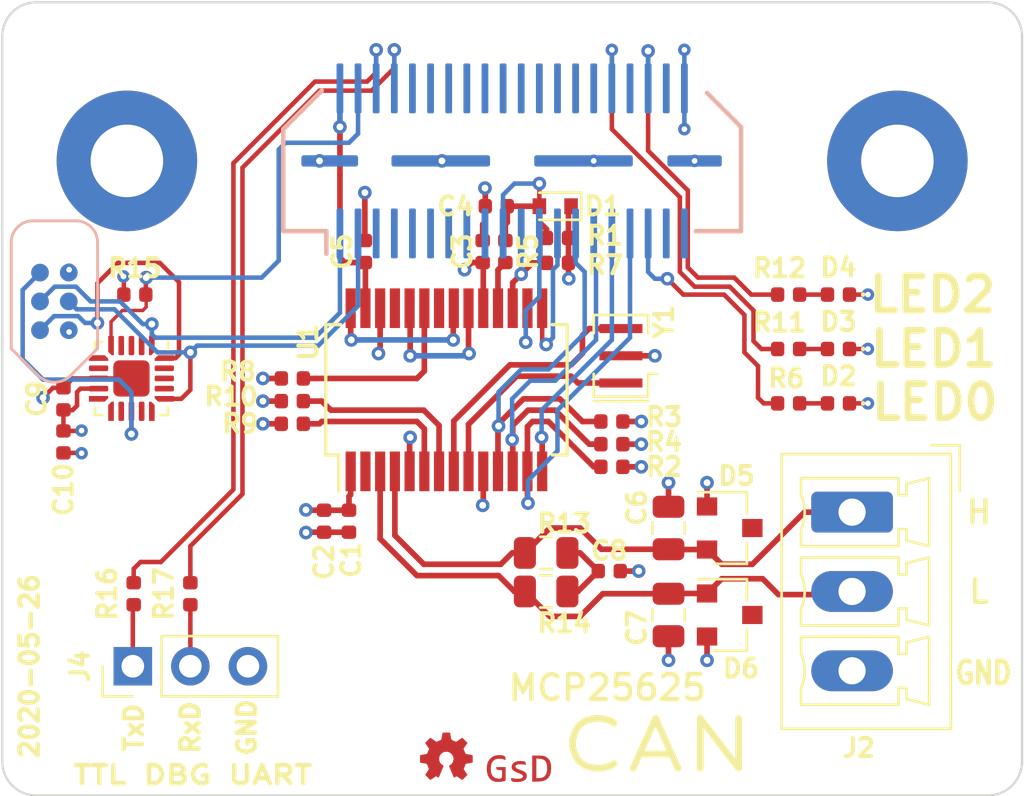
<source format=kicad_pcb>
(kicad_pcb (version 20200518) (host pcbnew "5.99.0-unknown-c8476d6~101~ubuntu18.04.1")
  (title_block (title "CAN Breakout") (date "2020-05-26") (rev "r1.0") (comment 1 "SYZYGY Pod"))
  (layers (0 "F.Cu" signal) (1 "In1.Cu" power) (2 "In2.Cu" signal) (31 "B.Cu" signal) (34 "B.Paste" user hide) (35 "F.Paste" user hide) (36 "B.SilkS" user) (37 "F.SilkS" user) (38 "B.Mask" user) (39 "F.Mask" user) (44 "Edge.Cuts" user))
  (net 0 "")
  (net 1 "GND")
  (net 2 "+3V3")
  (net 3 "/Peripheral MCU/MISO")
  (net 4 "/Peripheral MCU/~RESET")
  (net 5 "/SCL")
  (net 6 "/SDA")
  (net 7 "/RGA")
  (net 8 "Net-(D1-Pad2)")
  (net 9 "Net-(D2-Pad2)")
  (net 10 "Net-(D3-Pad2)")
  (net 11 "/LED0")
  (net 12 "/LED1")
  (net 13 "/LED2")
  (net 14 "/~RESET")
  (net 15 "+5V")
  (net 16 "Net-(C6-Pad1)")
  (net 17 "Net-(C7-Pad2)")
  (net 18 "Net-(C8-Pad1)")
  (net 19 "/SCK")
  (net 20 "/MOSI")
  (net 21 "/MISO")
  (net 22 "/CS")
  (net 23 "/Rx0BF")
  (net 24 "/Rx1BF")
  (net 25 "/~INT")
  (net 26 "Net-(R6-Pad1)")
  (net 27 "Net-(R8-Pad1)")
  (net 28 "Net-(R9-Pad1)")
  (net 29 "Net-(R10-Pad1)")
  (net 30 "Net-(U2-Pad21)")
  (net 31 "Net-(U2-Pad20)")
  (net 32 "Net-(U2-Pad9)")
  (net 33 "Net-(U2-Pad8)")
  (net 34 "/TxD")
  (net 35 "/RxD")
  (net 36 "Net-(J4-Pad2)")
  (net 37 "Net-(J4-Pad1)")
  (module "Resistor_SMD:R_0402_1005Metric" (layer "F.Cu") (at 115.8 107.3 90)
    (fp_text reference "R17" (at 0 -1.17 90) (layer "F.SilkS") (effects (font (size 0.8 0.8) (thickness 0.18))))
    (fp_text value "1k")
    (pad "2" smd roundrect (at 0.485 0 90) (size 0.59 0.64) (layers "F.Cu" "F.Paste" "F.Mask") (net 35 "/RxD"))
    (pad "1" smd roundrect (at -0.485 0 90) (size 0.59 0.64) (layers "F.Cu" "F.Paste" "F.Mask") (net 36 "Net-(J4-Pad2)"))
  )
  (module "Resistor_SMD:R_0402_1005Metric" (layer "F.Cu") (at 113.3 107.3 90)
    (fp_text reference "R16" (at 0 -1.17 90) (layer "F.SilkS") (effects (font (size 0.8 0.8) (thickness 0.18))))
    (fp_text value "1k")
    (pad "2" smd roundrect (at 0.485 0 90) (size 0.59 0.64) (layers "F.Cu" "F.Paste" "F.Mask") (net 34 "/TxD"))
    (pad "1" smd roundrect (at -0.485 0 90) (size 0.59 0.64) (layers "F.Cu" "F.Paste" "F.Mask") (net 37 "Net-(J4-Pad1)"))
  )
  (module "Connector_PinHeader_2.54mm:PinHeader_1x03_P2.54mm_Vertical" (layer "F.Cu") (at 113.26 110.5 90)
    (fp_text reference "J4" (at 0 -2.33 90) (layer "F.SilkS") (effects (font (size 0.8 0.8) (thickness 0.18))))
    (fp_text value "Conn_01x03_Male")
    (pad "3" thru_hole oval (at 0 5.08 90) (size 1.7 1.7) (drill 1) (layers *.Cu *.Mask) (net 1 "GND"))
    (pad "2" thru_hole oval (at 0 2.54 90) (size 1.7 1.7) (drill 1) (layers *.Cu *.Mask) (net 36 "Net-(J4-Pad2)"))
    (pad "1" thru_hole rect (at 0 0 90) (size 1.7 1.7) (drill 1) (layers *.Cu *.Mask) (net 37 "Net-(J4-Pad1)"))
  )
  (module "Crystal:Resonator_SMD_muRata_CSTxExxV-3Pin_3.0x1.1mm" (layer "F.Cu") (at 134.8 96.8 90)
    (fp_text reference "Y1" (at 1.5 1.9 90) (layer "F.SilkS") (effects (font (size 0.8 0.8) (thickness 0.18))))
    (fp_text value "CSTCE20M0V13L99-R0")
    (pad "3" smd rect (at 1.2 0 90) (size 0.4 1.9) (layers "F.Cu" "F.Paste" "F.Mask") (net 33 "Net-(U2-Pad8)"))
    (pad "2" smd rect (at 0 0 90) (size 0.4 1.9) (layers "F.Cu" "F.Paste" "F.Mask") (net 1 "GND"))
    (pad "1" smd rect (at -1.2 0 90) (size 0.4 1.9) (layers "F.Cu" "F.Paste" "F.Mask") (net 32 "Net-(U2-Pad9)"))
  )
  (module "Package_SO:SSOP-28_5.3x10.2mm_P0.65mm" (layer "F.Cu") (at 127.1 98.3 90)
    (fp_text reference "U1" (at 2.1 -6.1 90) (layer "F.SilkS") (effects (font (size 0.8 0.8) (thickness 0.18))))
    (fp_text value "MCP25625-x-SS")
    (pad "28" smd rect (at 3.6 -4.225 90) (size 1.75 0.45) (layers "F.Cu" "F.Paste" "F.Mask") (net 30 "Net-(U2-Pad21)"))
    (pad "27" smd rect (at 3.6 -3.575 90) (size 1.75 0.45) (layers "F.Cu" "F.Paste" "F.Mask") (net 15 "+5V"))
    (pad "26" smd rect (at 3.6 -2.925 90) (size 1.75 0.45) (layers "F.Cu" "F.Paste" "F.Mask") (net 1 "GND"))
    (pad "25" smd rect (at 3.6 -2.275 90) (size 1.75 0.45) (layers "F.Cu" "F.Paste" "F.Mask"))
    (pad "24" smd rect (at 3.6 -1.625 90) (size 1.75 0.45) (layers "F.Cu" "F.Paste" "F.Mask") (net 31 "Net-(U2-Pad20)"))
    (pad "23" smd rect (at 3.6 -0.975 90) (size 1.75 0.45) (layers "F.Cu" "F.Paste" "F.Mask") (net 27 "Net-(R8-Pad1)"))
    (pad "22" smd rect (at 3.6 -0.325 90) (size 1.75 0.45) (layers "F.Cu" "F.Paste" "F.Mask"))
    (pad "21" smd rect (at 3.6 0.325 90) (size 1.75 0.45) (layers "F.Cu" "F.Paste" "F.Mask") (net 30 "Net-(U2-Pad21)"))
    (pad "20" smd rect (at 3.6 0.975 90) (size 1.75 0.45) (layers "F.Cu" "F.Paste" "F.Mask") (net 31 "Net-(U2-Pad20)"))
    (pad "19" smd rect (at 3.6 1.625 90) (size 1.75 0.45) (layers "F.Cu" "F.Paste" "F.Mask") (net 2 "+3V3"))
    (pad "18" smd rect (at 3.6 2.275 90) (size 1.75 0.45) (layers "F.Cu" "F.Paste" "F.Mask") (net 26 "Net-(R6-Pad1)"))
    (pad "17" smd rect (at 3.6 2.925 90) (size 1.75 0.45) (layers "F.Cu" "F.Paste" "F.Mask") (net 22 "/CS"))
    (pad "16" smd rect (at 3.6 3.575 90) (size 1.75 0.45) (layers "F.Cu" "F.Paste" "F.Mask") (net 21 "/MISO"))
    (pad "15" smd rect (at 3.6 4.225 90) (size 1.75 0.45) (layers "F.Cu" "F.Paste" "F.Mask") (net 20 "/MOSI"))
    (pad "14" smd rect (at -3.6 4.225 90) (size 1.75 0.45) (layers "F.Cu" "F.Paste" "F.Mask") (net 19 "/SCK"))
    (pad "13" smd rect (at -3.6 3.575 90) (size 1.75 0.45) (layers "F.Cu" "F.Paste" "F.Mask") (net 25 "/~INT"))
    (pad "12" smd rect (at -3.6 2.925 90) (size 1.75 0.45) (layers "F.Cu" "F.Paste" "F.Mask") (net 23 "/Rx0BF"))
    (pad "11" smd rect (at -3.6 2.275 90) (size 1.75 0.45) (layers "F.Cu" "F.Paste" "F.Mask") (net 24 "/Rx1BF"))
    (pad "10" smd rect (at -3.6 1.625 90) (size 1.75 0.45) (layers "F.Cu" "F.Paste" "F.Mask") (net 1 "GND"))
    (pad "9" smd rect (at -3.6 0.975 90) (size 1.75 0.45) (layers "F.Cu" "F.Paste" "F.Mask") (net 32 "Net-(U2-Pad9)"))
    (pad "8" smd rect (at -3.6 0.325 90) (size 1.75 0.45) (layers "F.Cu" "F.Paste" "F.Mask") (net 33 "Net-(U2-Pad8)"))
    (pad "7" smd rect (at -3.6 -0.325 90) (size 1.75 0.45) (layers "F.Cu" "F.Paste" "F.Mask") (net 29 "Net-(R10-Pad1)"))
    (pad "6" smd rect (at -3.6 -0.975 90) (size 1.75 0.45) (layers "F.Cu" "F.Paste" "F.Mask") (net 28 "Net-(R9-Pad1)"))
    (pad "5" smd rect (at -3.6 -1.625 90) (size 1.75 0.45) (layers "F.Cu" "F.Paste" "F.Mask") (net 1 "GND"))
    (pad "4" smd rect (at -3.6 -2.275 90) (size 1.75 0.45) (layers "F.Cu" "F.Paste" "F.Mask") (net 16 "Net-(C6-Pad1)"))
    (pad "3" smd rect (at -3.6 -2.925 90) (size 1.75 0.45) (layers "F.Cu" "F.Paste" "F.Mask") (net 17 "Net-(C7-Pad2)"))
    (pad "2" smd rect (at -3.6 -3.575 90) (size 1.75 0.45) (layers "F.Cu" "F.Paste" "F.Mask"))
    (pad "1" smd rect (at -3.6 -4.225 90) (size 1.75 0.45) (layers "F.Cu" "F.Paste" "F.Mask") (net 2 "+3V3"))
  )
  (module "Resistor_SMD:R_0805_2012Metric" (layer "F.Cu") (at 131.5 107.2 180)
    (fp_text reference "R14" (at -0.8 -1.4) (layer "F.SilkS") (effects (font (size 0.8 0.8) (thickness 0.18))))
    (fp_text value "60.4R")
    (pad "2" smd roundrect (at 0.9375 0 180) (size 0.975 1.4) (layers "F.Cu" "F.Paste" "F.Mask") (net 17 "Net-(C7-Pad2)"))
    (pad "1" smd roundrect (at -0.9375 0 180) (size 0.975 1.4) (layers "F.Cu" "F.Paste" "F.Mask") (net 18 "Net-(C8-Pad1)"))
  )
  (module "Resistor_SMD:R_0805_2012Metric" (layer "F.Cu") (at 131.5 105.5)
    (fp_text reference "R13" (at 0.8 -1.3) (layer "F.SilkS") (effects (font (size 0.8 0.8) (thickness 0.18))))
    (fp_text value "60.4R")
    (pad "2" smd roundrect (at 0.9375 0) (size 0.975 1.4) (layers "F.Cu" "F.Paste" "F.Mask") (net 18 "Net-(C8-Pad1)"))
    (pad "1" smd roundrect (at -0.9375 0) (size 0.975 1.4) (layers "F.Cu" "F.Paste" "F.Mask") (net 16 "Net-(C6-Pad1)"))
  )
  (module "Resistor_SMD:R_0402_1005Metric" (layer "F.Cu") (at 120.3 98.8 180)
    (fp_text reference "R10" (at 2.7 0.2) (layer "F.SilkS") (effects (font (size 0.8 0.8) (thickness 0.18))))
    (fp_text value "100k")
    (pad "2" smd roundrect (at 0.485 0 180) (size 0.59 0.64) (layers "F.Cu" "F.Paste" "F.Mask") (net 2 "+3V3"))
    (pad "1" smd roundrect (at -0.485 0 180) (size 0.59 0.64) (layers "F.Cu" "F.Paste" "F.Mask") (net 29 "Net-(R10-Pad1)"))
  )
  (module "Resistor_SMD:R_0402_1005Metric" (layer "F.Cu") (at 120.3 99.8 180)
    (fp_text reference "R9" (at 2.3 0) (layer "F.SilkS") (effects (font (size 0.8 0.8) (thickness 0.18))))
    (fp_text value "100k")
    (pad "2" smd roundrect (at 0.485 0 180) (size 0.59 0.64) (layers "F.Cu" "F.Paste" "F.Mask") (net 2 "+3V3"))
    (pad "1" smd roundrect (at -0.485 0 180) (size 0.59 0.64) (layers "F.Cu" "F.Paste" "F.Mask") (net 28 "Net-(R9-Pad1)"))
  )
  (module "Resistor_SMD:R_0402_1005Metric" (layer "F.Cu") (at 120.3 97.8 180)
    (fp_text reference "R8" (at 2.4 0.3) (layer "F.SilkS") (effects (font (size 0.8 0.8) (thickness 0.18))))
    (fp_text value "100k")
    (pad "2" smd roundrect (at 0.485 0 180) (size 0.59 0.64) (layers "F.Cu" "F.Paste" "F.Mask") (net 2 "+3V3"))
    (pad "1" smd roundrect (at -0.485 0 180) (size 0.59 0.64) (layers "F.Cu" "F.Paste" "F.Mask") (net 27 "Net-(R8-Pad1)"))
  )
  (module "Resistor_SMD:R_0402_1005Metric" (layer "F.Cu") (at 132 92.7)
    (fp_text reference "R7" (at 2.1 0.1) (layer "F.SilkS") (effects (font (size 0.8 0.8) (thickness 0.18))))
    (fp_text value "100k")
    (pad "2" smd roundrect (at 0.485 0) (size 0.59 0.64) (layers "F.Cu" "F.Paste" "F.Mask") (net 2 "+3V3"))
    (pad "1" smd roundrect (at -0.485 0) (size 0.59 0.64) (layers "F.Cu" "F.Paste" "F.Mask") (net 22 "/CS"))
  )
  (module "Resistor_SMD:R_0402_1005Metric" (layer "F.Cu") (at 129.7 92.2 90)
    (fp_text reference "R5" (at 0 1 90) (layer "F.SilkS") (effects (font (size 0.8 0.8) (thickness 0.18))))
    (fp_text value "1k")
    (pad "2" smd roundrect (at 0.485 0 90) (size 0.59 0.64) (layers "F.Cu" "F.Paste" "F.Mask") (net 14 "/~RESET"))
    (pad "1" smd roundrect (at -0.485 0 90) (size 0.59 0.64) (layers "F.Cu" "F.Paste" "F.Mask") (net 26 "Net-(R6-Pad1)"))
  )
  (module "Resistor_SMD:R_0402_1005Metric" (layer "F.Cu") (at 134.4 100.7)
    (fp_text reference "R4" (at 2.3 -0.1) (layer "F.SilkS") (effects (font (size 0.8 0.8) (thickness 0.18))))
    (fp_text value "100k")
    (pad "2" smd roundrect (at 0.485 0) (size 0.59 0.64) (layers "F.Cu" "F.Paste" "F.Mask") (net 2 "+3V3"))
    (pad "1" smd roundrect (at -0.485 0) (size 0.59 0.64) (layers "F.Cu" "F.Paste" "F.Mask") (net 23 "/Rx0BF"))
  )
  (module "Resistor_SMD:R_0402_1005Metric" (layer "F.Cu") (at 134.4 99.7)
    (fp_text reference "R3" (at 2.3 -0.2) (layer "F.SilkS") (effects (font (size 0.8 0.8) (thickness 0.18))))
    (fp_text value "100k")
    (pad "2" smd roundrect (at 0.485 0) (size 0.59 0.64) (layers "F.Cu" "F.Paste" "F.Mask") (net 2 "+3V3"))
    (pad "1" smd roundrect (at -0.485 0) (size 0.59 0.64) (layers "F.Cu" "F.Paste" "F.Mask") (net 24 "/Rx1BF"))
  )
  (module "Resistor_SMD:R_0402_1005Metric" (layer "F.Cu") (at 134.4 101.7)
    (fp_text reference "R2" (at 2.3 0) (layer "F.SilkS") (effects (font (size 0.8 0.8) (thickness 0.18))))
    (fp_text value "100k")
    (pad "2" smd roundrect (at 0.485 0) (size 0.59 0.64) (layers "F.Cu" "F.Paste" "F.Mask") (net 2 "+3V3"))
    (pad "1" smd roundrect (at -0.485 0) (size 0.59 0.64) (layers "F.Cu" "F.Paste" "F.Mask") (net 25 "/~INT"))
  )
  (module "Resistor_SMD:R_0402_1005Metric" (layer "F.Cu") (at 132 91.6)
    (fp_text reference "R1" (at 2.1 -0.1) (layer "F.SilkS") (effects (font (size 0.8 0.8) (thickness 0.18))))
    (fp_text value "10k")
    (pad "2" smd roundrect (at 0.485 0) (size 0.59 0.64) (layers "F.Cu" "F.Paste" "F.Mask") (net 2 "+3V3"))
    (pad "1" smd roundrect (at -0.485 0) (size 0.59 0.64) (layers "F.Cu" "F.Paste" "F.Mask") (net 14 "/~RESET"))
  )
  (module "Connector_Phoenix_MC:PhoenixContact_MCV_1,5_3-G-3.5_1x03_P3.50mm_Vertical" (layer "F.Cu") (at 145 103.7 -90)
    (fp_text reference "J2" (at 10.4 -0.3 180) (layer "F.SilkS") (effects (font (size 0.8 0.8) (thickness 0.18))))
    (fp_text value "Conn_01x03_Male")
    (pad "3" thru_hole oval (at 7 0 270) (size 1.8 3.6) (drill 1.2) (layers *.Cu *.Mask) (net 1 "GND"))
    (pad "2" thru_hole oval (at 3.5 0 270) (size 1.8 3.6) (drill 1.2) (layers *.Cu *.Mask) (net 17 "Net-(C7-Pad2)"))
    (pad "1" thru_hole roundrect (at 0 0 270) (size 1.8 3.6) (drill 1.2) (layers *.Cu *.Mask) (roundrect_rratio 0.1388888888888889) (net 16 "Net-(C6-Pad1)"))
  )
  (module "Package_TO_SOT_SMD:SOT-23" (layer "F.Cu") (at 139.6 108.2375)
    (fp_text reference "D6" (at 0.5 2.3625) (layer "F.SilkS") (effects (font (size 0.8 0.8) (thickness 0.18))))
    (fp_text value "D_Zener_x2_KCom_AAK")
    (pad "3" smd rect (at 1 0) (size 0.9 0.8) (layers "F.Cu" "F.Paste" "F.Mask"))
    (pad "2" smd rect (at -1 0.95) (size 0.9 0.8) (layers "F.Cu" "F.Paste" "F.Mask") (net 1 "GND"))
    (pad "1" smd rect (at -1 -0.95) (size 0.9 0.8) (layers "F.Cu" "F.Paste" "F.Mask") (net 17 "Net-(C7-Pad2)"))
  )
  (module "Package_TO_SOT_SMD:SOT-23" (layer "F.Cu") (at 139.6 104.4)
    (fp_text reference "D5" (at 0.3 -2.3) (layer "F.SilkS") (effects (font (size 0.8 0.8) (thickness 0.18))))
    (fp_text value "D_Zener_x2_KCom_AAK")
    (pad "3" smd rect (at 1 0) (size 0.9 0.8) (layers "F.Cu" "F.Paste" "F.Mask"))
    (pad "2" smd rect (at -1 0.95) (size 0.9 0.8) (layers "F.Cu" "F.Paste" "F.Mask") (net 16 "Net-(C6-Pad1)"))
    (pad "1" smd rect (at -1 -0.95) (size 0.9 0.8) (layers "F.Cu" "F.Paste" "F.Mask") (net 1 "GND"))
  )
  (module "Diode_SMD:D_SOD-523" (layer "F.Cu") (at 131.9 90.2 180)
    (fp_text reference "D1" (at -2.1 0) (layer "F.SilkS") (effects (font (size 0.8 0.8) (thickness 0.18))))
    (fp_text value "D_Schottky_ALT")
    (pad "1" smd rect (at -0.7 0) (size 0.6 0.7) (layers "F.Cu" "F.Paste" "F.Mask") (net 2 "+3V3"))
    (pad "2" smd rect (at 0.7 0) (size 0.6 0.7) (layers "F.Cu" "F.Paste" "F.Mask") (net 14 "/~RESET"))
  )
  (module "Capacitor_SMD:C_0402_1005Metric" (layer "F.Cu") (at 134.285 106.3)
    (fp_text reference "C8" (at 0 -0.9) (layer "F.SilkS") (effects (font (size 0.8 0.8) (thickness 0.18))))
    (fp_text value "4.7nF")
    (pad "2" smd roundrect (at 0.485 0) (size 0.59 0.64) (layers "F.Cu" "F.Paste" "F.Mask") (net 1 "GND"))
    (pad "1" smd roundrect (at -0.485 0) (size 0.59 0.64) (layers "F.Cu" "F.Paste" "F.Mask") (net 18 "Net-(C8-Pad1)"))
  )
  (module "Capacitor_SMD:C_0805_2012Metric" (layer "F.Cu") (at 136.9 108.2375 90)
    (fp_text reference "C7" (at -0.5625 -1.4 90) (layer "F.SilkS") (effects (font (size 0.8 0.8) (thickness 0.18))))
    (fp_text value "47pF")
    (pad "2" smd roundrect (at 0.9375 0 90) (size 0.975 1.4) (layers "F.Cu" "F.Paste" "F.Mask") (net 17 "Net-(C7-Pad2)"))
    (pad "1" smd roundrect (at -0.9375 0 90) (size 0.975 1.4) (layers "F.Cu" "F.Paste" "F.Mask") (net 1 "GND"))
  )
  (module "Capacitor_SMD:C_0805_2012Metric" (layer "F.Cu") (at 136.9 104.4 90)
    (fp_text reference "C6" (at 0.9 -1.4 90) (layer "F.SilkS") (effects (font (size 0.8 0.8) (thickness 0.18))))
    (fp_text value "47pF")
    (pad "2" smd roundrect (at 0.9375 0 90) (size 0.975 1.4) (layers "F.Cu" "F.Paste" "F.Mask") (net 1 "GND"))
    (pad "1" smd roundrect (at -0.9375 0 90) (size 0.975 1.4) (layers "F.Cu" "F.Paste" "F.Mask") (net 16 "Net-(C6-Pad1)"))
  )
  (module "Capacitor_SMD:C_0402_1005Metric" (layer "F.Cu") (at 123.5 92.2 90)
    (fp_text reference "C5" (at 0 -1 90) (layer "F.SilkS") (effects (font (size 0.8 0.8) (thickness 0.18))))
    (fp_text value "0.1uF")
    (pad "2" smd roundrect (at 0.485 0 90) (size 0.59 0.64) (layers "F.Cu" "F.Paste" "F.Mask") (net 1 "GND"))
    (pad "1" smd roundrect (at -0.485 0 90) (size 0.59 0.64) (layers "F.Cu" "F.Paste" "F.Mask") (net 15 "+5V"))
  )
  (module "Capacitor_SMD:C_0402_1005Metric" (layer "F.Cu") (at 129.3 90.2 180)
    (fp_text reference "C4" (at 1.8 0) (layer "F.SilkS") (effects (font (size 0.8 0.8) (thickness 0.18))))
    (fp_text value "0.01uF")
    (pad "2" smd roundrect (at 0.485 0 180) (size 0.59 0.64) (layers "F.Cu" "F.Paste" "F.Mask") (net 1 "GND"))
    (pad "1" smd roundrect (at -0.485 0 180) (size 0.59 0.64) (layers "F.Cu" "F.Paste" "F.Mask") (net 14 "/~RESET"))
  )
  (module "Capacitor_SMD:C_0402_1005Metric" (layer "F.Cu") (at 121.7 104.1 -90)
    (fp_text reference "C2" (at 1.8 0 90) (layer "F.SilkS") (effects (font (size 0.8 0.8) (thickness 0.18))))
    (fp_text value "0.1uF")
    (pad "2" smd roundrect (at 0.485 0 270) (size 0.59 0.64) (layers "F.Cu" "F.Paste" "F.Mask") (net 1 "GND"))
    (pad "1" smd roundrect (at -0.485 0 270) (size 0.59 0.64) (layers "F.Cu" "F.Paste" "F.Mask") (net 2 "+3V3"))
  )
  (module "Capacitor_SMD:C_0402_1005Metric" (layer "F.Cu") (at 128.7 92.2 90)
    (fp_text reference "C3" (at 0 -0.9 90) (layer "F.SilkS") (effects (font (size 0.8 0.8) (thickness 0.18))))
    (fp_text value "0.1uF")
    (pad "2" smd roundrect (at 0.485 0 90) (size 0.59 0.64) (layers "F.Cu" "F.Paste" "F.Mask") (net 1 "GND"))
    (pad "1" smd roundrect (at -0.485 0 90) (size 0.59 0.64) (layers "F.Cu" "F.Paste" "F.Mask") (net 2 "+3V3"))
  )
  (module "Capacitor_SMD:C_0402_1005Metric" (layer "F.Cu") (at 122.8 104.1 -90)
    (fp_text reference "C1" (at 1.7 -0.1 90) (layer "F.SilkS") (effects (font (size 0.8 0.8) (thickness 0.18))))
    (fp_text value "1uF")
    (pad "2" smd roundrect (at 0.485 0 270) (size 0.59 0.64) (layers "F.Cu" "F.Paste" "F.Mask") (net 1 "GND"))
    (pad "1" smd roundrect (at -0.485 0 270) (size 0.59 0.64) (layers "F.Cu" "F.Paste" "F.Mask") (net 2 "+3V3"))
  )
  (module "gkl_logos:oshw_small" (layer "F.Cu") (at 127.1 114.5)
    (fp_text reference "G***" hide)
    (fp_text value "LOGO" hide)
    (fp_poly (pts (xy 0.034434 -1.070644) (xy 0.067967 -1.070441) (xy 0.094854 -1.070081) (xy 0.115679 -1.069545) (xy 0.131028 -1.068815) (xy 0.141484 -1.067873) (xy 0.147631 -1.0667) (xy 0.14957 -1.065823) (xy 0.151728 -1.062359) (xy 0.154421 -1.054534) (xy 0.157762 -1.041831) (xy 0.161865 -1.023736) (xy 0.166844 -0.999734) (xy 0.172812 -0.969309) (xy 0.179883 -0.931946) (xy 0.18387 -0.910492) (xy 0.191899 -0.867626) (xy 0.198777 -0.832133) (xy 0.204579 -0.803667) (xy 0.20938 -0.781882) (xy 0.213256 -0.766433) (xy 0.216284 -0.756974) (xy 0.218192 -0.753437) (xy 0.223255 -0.750437) (xy 0.23444 -0.745046) (xy 0.250596 -0.737743) (xy 0.270577 -0.729006) (xy 0.293232 -0.719311) (xy 0.317413 -0.709137) (xy 0.34197 -0.698962) (xy 0.365756 -0.689262) (xy 0.387621 -0.680517) (xy 0.406415 -0.673202) (xy 0.420991 -0.667796) (xy 0.430199 -0.664778) (xy 0.432574 -0.664308) (xy 0.436931 -0.666453) (xy 0.446994 -0.672572) (xy 0.46204 -0.682192) (xy 0.48135 -0.69484) (xy 0.504202 -0.710041) (xy 0.529876 -0.727323) (xy 0.557649 -0.746211) (xy 0.566444 -0.752231) (xy 0.594625 -0.771491) (xy 0.620833 -0.789294) (xy 0.644361 -0.805167) (xy 0.664502 -0.81864) (xy 0.68055 -0.82924) (xy 0.691799 -0.836496) (xy 0.697543 -0.839936) (xy 0.698099 -0.840154) (xy 0.702045 -0.837466) (xy 0.710615 -0.829883) (xy 0.723103 -0.818125) (xy 0.738801 -0.802913) (xy 0.757001 -0.784968) (xy 0.776995 -0.765011) (xy 0.798076 -0.743762) (xy 0.819537 -0.721943) (xy 0.840668 -0.700273) (xy 0.860764 -0.679473) (xy 0.879116 -0.660265) (xy 0.895016 -0.643369) (xy 0.907757 -0.629505) (xy 0.916632 -0.619395) (xy 0.920932 -0.613759) (xy 0.921212 -0.612916) (xy 0.918584 -0.608605) (xy 0.912018 -0.598596) (xy 0.902013 -0.583627) (xy 0.889064 -0.564435) (xy 0.873671 -0.541758) (xy 0.856331 -0.516332) (xy 0.837541 -0.488894) (xy 0.834677 -0.484721) (xy 0.815763 -0.456987) (xy 0.798327 -0.431061) (xy 0.782855 -0.407691) (xy 0.769833 -0.387628) (xy 0.759747 -0.371622) (xy 0.753081 -0.360422) (xy 0.750324 -0.35478) (xy 0.750277 -0.354467) (xy 0.751805 -0.348645) (xy 0.756066 -0.336833) (xy 0.762575 -0.320162) (xy 0.770846 -0.299763) (xy 0.780396 -0.276769) (xy 0.790739 -0.25231) (xy 0.801391 -0.22752) (xy 0.811866 -0.203529) (xy 0.821679 -0.181469) (xy 0.830347 -0.162471) (xy 0.837383 -0.147669) (xy 0.842304 -0.138192) (xy 0.844118 -0.135445) (xy 0.847693 -0.13317) (xy 0.854829 -0.13053) (xy 0.866139 -0.127386) (xy 0.882232 -0.123601) (xy 0.903722 -0.119039) (xy 0.931219 -0.113561) (xy 0.965334 -0.10703) (xy 0.996918 -0.10112) (xy 1.037379 -0.09352) (xy 1.070645 -0.087079) (xy 1.097233 -0.081681) (xy 1.117657 -0.077211) (xy 1.132435 -0.073556) (xy 1.142081 -0.070599) (xy 1.147113 -0.068226) (xy 1.147885 -0.067505) (xy 1.149215 -0.0638) (xy 1.150302 -0.05616) (xy 1.151165 -0.044) (xy 1.151823 -0.026735) (xy 1.152293 -0.003782) (xy 1.152594 0.025445) (xy 1.152744 0.061528) (xy 1.152769 0.088391) (xy 1.152737 0.127046) (xy 1.152622 0.158623) (xy 1.152394 0.183862) (xy 1.152024 0.2035) (xy 1.151483 0.218275) (xy 1.150742 0.228927) (xy 1.149772 0.236191) (xy 1.148544 0.240808) (xy 1.147028 0.243515) (xy 1.146629 0.243952) (xy 1.140833 0.248843) (xy 1.138213 0.250093) (xy 1.133978 0.250781) (xy 1.122934 0.25274) (xy 1.105954 0.25581) (xy 1.08391 0.259832) (xy 1.057677 0.264646) (xy 1.028128 0.270094) (xy 0.996838 0.275885) (xy 0.955612 0.283642) (xy 0.921763 0.290266) (xy 0.894946 0.295832) (xy 0.874815 0.300417) (xy 0.861026 0.304097) (xy 0.853234 0.30695) (xy 0.851445 0.308124) (xy 0.848436 0.313325) (xy 0.843095 0.324719) (xy 0.835867 0.341193) (xy 0.827199 0.361634) (xy 0.817539 0.38493) (xy 0.807332 0.409969) (xy 0.797024 0.435639) (xy 0.787064 0.460827) (xy 0.777896 0.48442) (xy 0.769968 0.505307) (xy 0.763726 0.522375) (xy 0.759617 0.534513) (xy 0.758086 0.540606) (xy 0.758085 0.540687) (xy 0.760235 0.545487) (xy 0.76635 0.555935) (xy 0.775934 0.571262) (xy 0.78849 0.590698) (xy 0.803521 0.613476) (xy 0.82053 0.638825) (xy 0.838801 0.665655) (xy 0.857314 0.69275) (xy 0.874414 0.717967) (xy 0.889593 0.740547) (xy 0.902348 0.759729) (xy 0.912171 0.774754) (xy 0.918559 0.784861) (xy 0.921002 0.789276) (xy 0.918645 0.793571) (xy 0.910956 0.802932) (xy 0.898247 0.817025) (xy 0.880834 0.835513) (xy 0.859031 0.858062) (xy 0.833152 0.884336) (xy 0.813356 0.904189) (xy 0.785293 0.932138) (xy 0.762177 0.954975) (xy 0.743486 0.973171) (xy 0.728699 0.987199) (xy 0.717295 0.997529) (xy 0.708752 1.004633) (xy 0.702549 1.008984) (xy 0.698165 1.011053) (xy 0.695078 1.011313) (xy 0.695008 1.011299) (xy 0.689679 1.008695) (xy 0.678758 1.002154) (xy 0.663066 0.99221) (xy 0.643424 0.979394) (xy 0.62065 0.964241) (xy 0.595565 0.947284) (xy 0.576538 0.93426) (xy 0.550366 0.916286) (xy 0.526022 0.899625) (xy 0.504309 0.884826) (xy 0.486032 0.872434) (xy 0.471995 0.862994) (xy 0.463004 0.857053) (xy 0.460102 0.855246) (xy 0.457078 0.854255) (xy 0.452913 0.85445) (xy 0.446778 0.856201) (xy 0.437842 0.859876) (xy 0.425276 0.865845) (xy 0.40825 0.874477) (xy 0.385936 0.886143) (xy 0.360636 0.899546) (xy 0.347626 0.906182) (xy 0.339529 0.909288) (xy 0.33452 0.909294) (xy 0.330772 0.90663) (xy 0.330728 0.906585) (xy 0.328208 0.901935) (xy 0.32306 0.890769) (xy 0.315582 0.873809) (xy 0.306072 0.851778) (xy 0.294829 0.825397) (xy 0.282152 0.795391) (xy 0.268338 0.762481) (xy 0.253687 0.727389) (xy 0.238496 0.690838) (xy 0.223064 0.653551) (xy 0.20769 0.616249) (xy 0.192671 0.579657) (xy 0.178307 0.544495) (xy 0.164895 0.511487) (xy 0.152734 0.481354) (xy 0.142123 0.45482) (xy 0.133359 0.432607) (xy 0.126742 0.415438) (xy 0.122569 0.404034) (xy 0.121139 0.399138) (xy 0.124539 0.392081) (xy 0.134948 0.383227) (xy 0.143608 0.377584) (xy 0.188619 0.346069) (xy 0.227109 0.310716) (xy 0.258915 0.271782) (xy 0.283869 0.229527) (xy 0.301808 0.184209) (xy 0.312567 0.136086) (xy 0.315359 0.108587) (xy 0.314642 0.058353) (xy 0.306583 0.010097) (xy 0.291531 -0.035584) (xy 0.269836 -0.078095) (xy 0.241847 -0.11684) (xy 0.207914 -0.151221) (xy 0.168387 -0.180642) (xy 0.134816 -0.19932) (xy 0.09804 -0.215073) (xy 0.063083 -0.225281) (xy 0.027012 -0.2306) (xy -0.009769 -0.23174) (xy -0.059615 -0.227366) (xy -0.107125 -0.215762) (xy -0.151692 -0.19732) (xy -0.19271 -0.172431) (xy -0.229573 -0.141486) (xy -0.261673 -0.104878) (xy -0.288405 -0.062998) (xy -0.296711 -0.046464) (xy -0.308777 -0.018535) (xy -0.317161 0.006857) (xy -0.322405 0.032291) (xy -0.325047 0.060349) (xy -0.325639 0.091831) (xy -0.325267 0.115171) (xy -0.324232 0.133197) (xy -0.322223 0.148402) (xy -0.31893 0.163281) (xy -0.315036 0.177048) (xy -0.299291 0.220105) (xy -0.278927 0.258768) (xy -0.253213 0.293987) (xy -0.221415 0.326713) (xy -0.182801 0.357897) (xy -0.167177 0.368869) (xy -0.15294 0.378857) (xy -0.141274 0.387637) (xy -0.133636 0.394076) (xy -0.131448 0.396632) (xy -0.132459 0.401252) (xy -0.136161 0.4122) (xy -0.142219 0.428599) (xy -0.150296 0.449572) (xy -0.160055 0.474241) (xy -0.171161 0.50173) (xy -0.179518 0.522086) (xy -0.193998 0.557143) (xy -0.210561 0.597269) (xy -0.228319 0.640305) (xy -0.246379 0.684094) (xy -0.263853 0.726476) (xy -0.279849 0.765293) (xy -0.283708 0.774661) (xy -0.30004 0.813926) (xy -0.313973 0.846607) (xy -0.325441 0.872561) (xy -0.334378 0.89164) (xy -0.340718 0.903701) (xy -0.344396 0.908596) (xy -0.344568 0.908672) (xy -0.350459 0.907652) (xy -0.362082 0.903112) (xy -0.378438 0.895496) (xy -0.398524 0.885252) (xy -0.405826 0.881357) (xy -0.424649 0.871324) (xy -0.441113 0.862757) (xy -0.453973 0.856287) (xy -0.46198 0.852547) (xy -0.463947 0.851877) (xy -0.467846 0.854015) (xy -0.477435 0.860098) (xy -0.491969 0.869632) (xy -0.510708 0.882121) (xy -0.532909 0.897072) (xy -0.557828 0.913989) (xy -0.584152 0.931985) (xy -0.611219 0.950401) (xy -0.636511 0.967326) (xy -0.659249 0.982258) (xy -0.678656 0.994701) (xy -0.693953 1.004152) (xy -0.704362 1.010115) (xy -0.709029 1.012093) (xy -0.714317 1.009227) (xy -0.724895 1.00064) (xy -0.740744 0.986349) (xy -0.761845 0.96637) (xy -0.788182 0.940721) (xy -0.819737 0.909417) (xy -0.823573 0.905582) (xy -0.854778 0.874147) (xy -0.880703 0.847573) (xy -0.901264 0.825951) (xy -0.916376 0.809369) (xy -0.925955 0.797919) (xy -0.929919 0.79169) (xy -0.930031 0.791085) (xy -0.92788 0.786115) (xy -0.921763 0.775509) (xy -0.912177 0.760045) (xy -0.899622 0.740501) (xy -0.884598 0.717654) (xy -0.867603 0.692282) (xy -0.849923 0.666309) (xy -0.829505 0.636295) (xy -0.811454 0.609266) (xy -0.796155 0.585826) (xy -0.783993 0.566582) (xy -0.775352 0.552136) (xy -0.770619 0.543095) (xy -0.769815 0.540513) (xy -0.771264 0.534264) (xy -0.77531 0.521968) (xy -0.781505 0.504746) (xy -0.789401 0.483717) (xy -0.79855 0.460001) (xy -0.808503 0.434718) (xy -0.818812 0.408988) (xy -0.829028 0.38393) (xy -0.838704 0.360665) (xy -0.847389 0.340312) (xy -0.854637 0.323991) (xy -0.859999 0.312821) (xy -0.862902 0.308036) (xy -0.867671 0.305602) (xy -0.87803 0.302427) (xy -0.894356 0.298426) (xy -0.917028 0.293518) (xy -0.946424 0.287618) (xy -0.982922 0.280644) (xy -1.010138 0.275586) (xy -1.047747 0.268606) (xy -1.078379 0.262788) (xy -1.102761 0.257964) (xy -1.121618 0.253968) (xy -1.135675 0.250632) (xy -1.145658 0.24779) (xy -1.152293 0.245274) (xy -1.156305 0.242918) (xy -1.157654 0.241632) (xy -1.15942 0.239026) (xy -1.160856 0.235261) (xy -1.161994 0.229569) (xy -1.162869 0.221179) (xy -1.163515 0.209321) (xy -1.163965 0.193226) (xy -1.164254 0.172124) (xy -1.164415 0.145246) (xy -1.164483 0.111821) (xy -1.164492 0.086283) (xy -1.164428 0.045824) (xy -1.164221 0.01259) (xy -1.163855 -0.014004) (xy -1.163309 -0.034547) (xy -1.162566 -0.049626) (xy -1.161607 -0.05983) (xy -1.160413 -0.065746) (xy -1.159607 -0.06744) (xy -1.155945 -0.069673) (xy -1.147653 -0.072467) (xy -1.134227 -0.075935) (xy -1.115162 -0.080188) (xy -1.089954 -0.085337) (xy -1.058098 -0.091496) (xy -1.019091 -0.098774) (xy -1.014046 -0.099703) (xy -0.981474 -0.105744) (xy -0.950996 -0.111504) (xy -0.92355 -0.116796) (xy -0.900074 -0.121436) (xy -0.881505 -0.125239) (xy -0.86878 -0.128019) (xy -0.862911 -0.129562) (xy -0.859518 -0.13152) (xy -0.855885 -0.135299) (xy -0.851618 -0.141672) (xy -0.846325 -0.151412) (xy -0.839613 -0.165293) (xy -0.831087 -0.184087) (xy -0.820354 -0.208567) (xy -0.807226 -0.239032) (xy -0.795686 -0.266257) (xy -0.785233 -0.291524) (xy -0.776256 -0.313841) (xy -0.769147 -0.332215) (xy -0.764295 -0.345655) (xy -0.762091 -0.353168) (xy -0.762 -0.353986) (xy -0.764265 -0.359917) (xy -0.770911 -0.371817) (xy -0.781717 -0.389337) (xy -0.796461 -0.412131) (xy -0.814922 -0.43985) (xy -0.836876 -0.472148) (xy -0.844752 -0.483608) (xy -0.863574 -0.511131) (xy -0.880974 -0.536957) (xy -0.896447 -0.560306) (xy -0.909488 -0.580402) (xy -0.919593 -0.596466) (xy -0.926256 -0.607719) (xy -0.928974 -0.613383) (xy -0.928997 -0.613507) (xy -0.928723 -0.616663) (xy -0.926741 -0.620996) (xy -0.922573 -0.627032) (xy -0.915741 -0.635298) (xy -0.905766 -0.646322) (xy -0.892169 -0.66063) (xy -0.874471 -0.678749) (xy -0.852194 -0.701206) (xy -0.824859 -0.728528) (xy -0.821132 -0.732243) (xy -0.789304 -0.763769) (xy -0.762732 -0.789677) (xy -0.74133 -0.810047) (xy -0.725007 -0.824962) (xy -0.713675 -0.834505) (xy -0.707246 -0.838758) (xy -0.705927 -0.838966) (xy -0.701497 -0.836315) (xy -0.69137 -0.829716) (xy -0.676277 -0.819663) (xy -0.656953 -0.806651) (xy -0.634129 -0.791172) (xy -0.608539 -0.773722) (xy -0.580914 -0.754793) (xy -0.574689 -0.750515) (xy -0.546742 -0.731402) (xy -0.520662 -0.713761) (xy -0.497181 -0.69807) (xy -0.477028 -0.68481) (xy -0.460937 -0.674462) (xy -0.449637 -0.667505) (xy -0.44386 -0.664419) (xy -0.443397 -0.664307) (xy -0.438246 -0.665738) (xy -0.426954 -0.669755) (xy -0.410596 -0.675946) (xy -0.390249 -0.683898) (xy -0.366989 -0.6932) (xy -0.350632 -0.69985) (xy -0.317571 -0.713385) (xy -0.291012 -0.724298) (xy -0.270221 -0.732923) (xy -0.254468 -0.739595) (xy -0.24302 -0.744651) (xy -0.235143 -0.748424) (xy -0.230107 -0.751249) (xy -0.227177 -0.753463) (xy -0.225623 -0.7554) (xy -0.224711 -0.757395) (xy -0.224679 -0.757476) (xy -0.223541 -0.762317) (xy -0.221174 -0.773804) (xy -0.217774 -0.790899) (xy -0.213539 -0.812567) (xy -0.208664 -0.837768) (xy -0.203347 -0.865466) (xy -0.197785 -0.894622) (xy -0.192175 -0.9242) (xy -0.186713 -0.953161) (xy -0.181597 -0.980468) (xy -0.177024 -1.005084) (xy -0.17319 -1.025971) (xy -0.170292 -1.042092) (xy -0.168528 -1.052408) (xy -0.168065 -1.055775) (xy -0.165582 -1.060348) (xy -0.16189 -1.064567) (xy -0.159523 -1.066154) (xy -0.155419 -1.067447) (xy -0.14884 -1.068475) (xy -0.139047 -1.069267) (xy -0.125302 -1.069852) (xy -0.106868 -1.070259) (xy -0.083005 -1.070518) (xy -0.052976 -1.070657) (xy -0.016043 -1.070706) (xy -0.006329 -1.070708) (xy 0.034434 -1.070644)) (layer "F.Cu") (width 0.01))
  )
  (module "gkl_logos:gsd_logo_small" (layer "F.Cu") (at 130.3 115.1)
    (fp_text reference "G***" hide)
    (fp_text value "LOGO" hide)
    (fp_poly (pts (xy -0.729586 -0.662399) (xy -0.677333 -0.647505) (xy -0.626418 -0.62313) (xy -0.603622 -0.588205) (xy -0.59668 -0.543282) (xy -0.593267 -0.492195) (xy -0.600915 -0.471095) (xy -0.629252 -0.474961) (xy -0.684652 -0.497417) (xy -0.793084 -0.52487) (xy -0.911313 -0.52619) (xy -1.021487 -0.502134) (xy -1.067329 -0.481194) (xy -1.152001 -0.414193) (xy -1.209167 -0.323118) (xy -1.240724 -0.203739) (xy -1.248833 -0.077437) (xy -1.235812 0.076285) (xy -1.196686 0.196724) (xy -1.131367 0.283993) (xy -1.039764 0.338206) (xy -0.921786 0.359477) (xy -0.902158 0.359833) (xy -0.827591 0.358133) (xy -0.78048 0.347764) (xy -0.754524 0.320825) (xy -0.743421 0.269416) (xy -0.740872 0.185636) (xy -0.740833 0.157542) (xy -0.740833 -0.019054) (xy -0.862541 -0.025402) (xy -0.931356 -0.030401) (xy -0.968596 -0.039801) (xy -0.985008 -0.059004) (xy -0.990947 -0.089958) (xy -0.997645 -0.148167) (xy -0.592666 -0.148167) (xy -0.592666 0.440359) (xy -0.661458 0.46483) (xy -0.746414 0.485276) (xy -0.850823 0.496713) (xy -0.957542 0.498477) (xy -1.049423 0.489902) (xy -1.085247 0.481267) (xy -1.208581 0.422253) (xy -1.302342 0.335079) (xy -1.367447 0.218338) (xy -1.404808 0.070623) (xy -1.413852 -0.024121) (xy -1.40885 -0.20249) (xy -1.373738 -0.351868) (xy -1.307754 -0.47377) (xy -1.210142 -0.569709) (xy -1.111404 -0.627564) (xy -0.992941 -0.664104) (xy -0.859141 -0.676016) (xy -0.729586 -0.662399)) (layer "F.Cu") (width 0.01))
    (fp_poly (pts (xy 0.162577 -0.408638) (xy 0.231651 -0.397665) (xy 0.269226 -0.38476) (xy 0.285863 -0.363181) (xy 0.292122 -0.326181) (xy 0.292151 -0.325883) (xy 0.298552 -0.260216) (xy 0.140244 -0.270375) (xy 0.023554 -0.274289) (xy -0.058453 -0.267638) (xy -0.112413 -0.249068) (xy -0.144962 -0.217221) (xy -0.1483 -0.211417) (xy -0.159408 -0.158528) (xy -0.131713 -0.111118) (xy -0.063856 -0.06759) (xy -0.005378 -0.043426) (xy 0.120986 0.004376) (xy 0.212326 0.044812) (xy 0.274186 0.082617) (xy 0.312111 0.122522) (xy 0.331646 0.16926) (xy 0.338334 0.227561) (xy 0.338667 0.250217) (xy 0.332061 0.319458) (xy 0.306108 0.369754) (xy 0.275785 0.401589) (xy 0.193201 0.454029) (xy 0.081845 0.489442) (xy -0.047579 0.506087) (xy -0.184364 0.50222) (xy -0.264583 0.489528) (xy -0.310364 0.472303) (xy -0.330277 0.436937) (xy -0.334784 0.40645) (xy -0.341485 0.336834) (xy -0.228951 0.353625) (xy -0.077646 0.369325) (xy 0.038464 0.366191) (xy 0.11832 0.344321) (xy 0.151534 0.318598) (xy 0.179753 0.277874) (xy 0.1905 0.251655) (xy 0.170586 0.212403) (xy 0.114686 0.169922) (xy 0.028559 0.127998) (xy -0.031142 0.106035) (xy -0.115912 0.072019) (xy -0.195079 0.030549) (xy -0.245396 -0.004577) (xy -0.292577 -0.05312) (xy -0.313312 -0.100997) (xy -0.3175 -0.159315) (xy -0.298442 -0.24985) (xy -0.244324 -0.323152) (xy -0.159727 -0.376842) (xy -0.04923 -0.40854) (xy 0.082583 -0.415868) (xy 0.162577 -0.408638)) (layer "F.Cu") (width 0.01))
    (fp_poly (pts (xy 0.809625 -0.656049) (xy 0.948894 -0.652824) (xy 1.055352 -0.641742) (xy 1.138164 -0.620435) (xy 1.206496 -0.586535) (xy 1.269512 -0.537672) (xy 1.270237 -0.537018) (xy 1.340037 -0.45732) (xy 1.386054 -0.362298) (xy 1.410458 -0.244688) (xy 1.415419 -0.097228) (xy 1.413931 -0.056017) (xy 1.39408 0.106816) (xy 1.349894 0.237949) (xy 1.279148 0.339287) (xy 1.179619 0.412731) (xy 1.049083 0.460187) (xy 0.885316 0.483556) (xy 0.779803 0.486833) (xy 0.592667 0.486833) (xy 0.592667 0.338667) (xy 0.762 0.338667) (xy 0.884039 0.338667) (xy 0.998972 0.327347) (xy 1.079303 0.299395) (xy 1.160578 0.233792) (xy 1.215228 0.137724) (xy 1.243868 0.009786) (xy 1.248834 -0.087568) (xy 1.23982 -0.236059) (xy 1.21085 -0.349515) (xy 1.159033 -0.431642) (xy 1.081476 -0.486148) (xy 0.975288 -0.516738) (xy 0.908005 -0.524408) (xy 0.762 -0.534855) (xy 0.762 0.338667) (xy 0.592667 0.338667) (xy 0.592667 -0.656167) (xy 0.809625 -0.656049)) (layer "F.Cu") (width 0.01))
  )
  (module "Resistor_SMD:R_0402_1005Metric" (layer "F.Cu") (at 142.2 94.1)
    (fp_text reference "R12" (at -0.4 -1.17) (layer "F.SilkS") (effects (font (size 0.8 0.8) (thickness 0.18))))
    (fp_text value "1k")
    (pad "2" smd roundrect (at 0.485 0) (size 0.59 0.64) (layers "F.Cu" "F.Paste" "F.Mask") (net 10 "Net-(D3-Pad2)"))
    (pad "1" smd roundrect (at -0.485 0) (size 0.59 0.64) (layers "F.Cu" "F.Paste" "F.Mask") (net 13 "/LED2"))
  )
  (module "Resistor_SMD:R_0402_1005Metric" (layer "F.Cu") (at 142.2 96.5)
    (fp_text reference "R11" (at -0.4 -1.17) (layer "F.SilkS") (effects (font (size 0.8 0.8) (thickness 0.18))))
    (fp_text value "1k")
    (pad "2" smd roundrect (at 0.485 0) (size 0.59 0.64) (layers "F.Cu" "F.Paste" "F.Mask") (net 9 "Net-(D2-Pad2)"))
    (pad "1" smd roundrect (at -0.485 0) (size 0.59 0.64) (layers "F.Cu" "F.Paste" "F.Mask") (net 12 "/LED1"))
  )
  (module "Resistor_SMD:R_0402_1005Metric" (layer "F.Cu") (at 142.2 98.9)
    (fp_text reference "R6" (at -0.1 -1.1) (layer "F.SilkS") (effects (font (size 0.8 0.8) (thickness 0.18))))
    (fp_text value "1k")
    (pad "2" smd roundrect (at 0.485 0) (size 0.59 0.64) (layers "F.Cu" "F.Paste" "F.Mask") (net 8 "Net-(D1-Pad2)"))
    (pad "1" smd roundrect (at -0.485 0) (size 0.59 0.64) (layers "F.Cu" "F.Paste" "F.Mask") (net 11 "/LED0"))
  )
  (module "Resistor_SMD:R_0402_1005Metric" (layer "F.Cu") (at 113.35 94.1)
    (fp_text reference "R15" (at 0 -1.17) (layer "F.SilkS") (effects (font (size 0.8 0.8) (thickness 0.18))))
    (fp_text value "10K")
    (pad "2" smd roundrect (at 0.485 0) (size 0.59 0.64) (layers "F.Cu" "F.Paste" "F.Mask") (net 7 "/RGA"))
    (pad "1" smd roundrect (at -0.485 0) (size 0.59 0.64) (layers "F.Cu" "F.Paste" "F.Mask") (net 2 "+3V3"))
  )
  (module "LED_SMD:LED_0402_1005Metric" (layer "F.Cu") (at 144.4 94.1 180)
    (fp_text reference "D4" (at 0 1.2) (layer "F.SilkS") (effects (font (size 0.8 0.8) (thickness 0.18))))
    (fp_text value "LED_ALT")
    (pad "2" smd roundrect (at 0.485 0 180) (size 0.59 0.64) (layers "F.Cu" "F.Paste" "F.Mask") (net 10 "Net-(D3-Pad2)"))
    (pad "1" smd roundrect (at -0.485 0 180) (size 0.59 0.64) (layers "F.Cu" "F.Paste" "F.Mask") (net 1 "GND"))
  )
  (module "LED_SMD:LED_0402_1005Metric" (layer "F.Cu") (at 144.4 96.5 180)
    (fp_text reference "D3" (at 0 1.2) (layer "F.SilkS") (effects (font (size 0.8 0.8) (thickness 0.18))))
    (fp_text value "LED_ALT")
    (pad "2" smd roundrect (at 0.485 0 180) (size 0.59 0.64) (layers "F.Cu" "F.Paste" "F.Mask") (net 9 "Net-(D2-Pad2)"))
    (pad "1" smd roundrect (at -0.485 0 180) (size 0.59 0.64) (layers "F.Cu" "F.Paste" "F.Mask") (net 1 "GND"))
  )
  (module "LED_SMD:LED_0402_1005Metric" (layer "F.Cu") (at 144.4 98.9 180)
    (fp_text reference "D2" (at 0 1.2) (layer "F.SilkS") (effects (font (size 0.8 0.8) (thickness 0.18))))
    (fp_text value "LED_ALT")
    (pad "2" smd roundrect (at 0.485 0 180) (size 0.59 0.64) (layers "F.Cu" "F.Paste" "F.Mask") (net 8 "Net-(D1-Pad2)"))
    (pad "1" smd roundrect (at -0.485 0 180) (size 0.59 0.64) (layers "F.Cu" "F.Paste" "F.Mask") (net 1 "GND"))
  )
  (module "Capacitor_SMD:C_0402_1005Metric" (layer "F.Cu") (at 110.2 100.6 -90)
    (fp_text reference "C10" (at 2.1 0 -90) (layer "F.SilkS") (effects (font (size 0.8 0.8) (thickness 0.18))))
    (fp_text value "1uF")
    (pad "2" smd roundrect (at 0.485 0 270) (size 0.59 0.64) (layers "F.Cu" "F.Paste" "F.Mask") (net 1 "GND"))
    (pad "1" smd roundrect (at -0.485 0 270) (size 0.59 0.64) (layers "F.Cu" "F.Paste" "F.Mask") (net 2 "+3V3"))
  )
  (module "Capacitor_SMD:C_0402_1005Metric" (layer "F.Cu") (at 110.2 98.7 90)
    (fp_text reference "C9" (at 0 -1.17 90) (layer "F.SilkS") (effects (font (size 0.8 0.8) (thickness 0.18))))
    (fp_text value "0.1uF")
    (pad "2" smd roundrect (at 0.485 0 90) (size 0.59 0.64) (layers "F.Cu" "F.Paste" "F.Mask") (net 1 "GND"))
    (pad "1" smd roundrect (at -0.485 0 90) (size 0.59 0.64) (layers "F.Cu" "F.Paste" "F.Mask") (net 2 "+3V3"))
  )
  (module "pkl_tag_connect:TC2030-NL_SMALL" (layer "B.Cu") (at 109.8 94.4 90)
    (fp_text reference "J3")
    (fp_text value "TagConnect")
    (pad "" np_thru_hole circle (at 2.54 -1.016 90) (size 0.98552 0.98552) (drill 0.98552) (layers *.Cu))
    (pad "" np_thru_hole circle (at 2.54 1.016 90) (size 0.98552 0.98552) (drill 0.98552) (layers *.Cu))
    (pad "" np_thru_hole circle (at -2.54 0 90) (size 0.98806 0.98806) (drill 0.98806) (layers *.Cu))
    (pad "6" connect circle (at 1.27 0.635 90) (size 0.78486 0.78486) (layers "B.Cu" "B.Mask") (net 1 "GND"))
    (pad "5" connect circle (at 1.27 -0.635 90) (size 0.78486 0.78486) (layers "B.Cu" "B.Mask") (net 4 "/Peripheral MCU/~RESET"))
    (pad "4" connect circle (at 0 0.635 90) (size 0.78486 0.78486) (layers "B.Cu" "B.Mask") (net 6 "/SDA"))
    (pad "3" connect circle (at 0 -0.635 90) (size 0.78486 0.78486) (layers "B.Cu" "B.Mask") (net 5 "/SCL"))
    (pad "2" connect circle (at -1.27 0.635 90) (size 0.78486 0.78486) (layers "B.Cu" "B.Mask") (net 2 "+3V3"))
    (pad "1" connect circle (at -1.27 -0.635 90) (size 0.78486 0.78486) (layers "B.Cu" "B.Mask") (net 3 "/Peripheral MCU/MISO"))
  )
  (module "Package_DFN_QFN:QFN-20-1EP_3x3mm_P0.45mm_EP1.6x1.6mm" (layer "F.Cu") (at 113.2 97.8 -90)
    (fp_text reference "U2" hide)
    (fp_text value "ATtiny44A-MMH" hide)
    (pad "20" smd custom (at -0.9 -1.45 270) (size 0.143934 0.143934) (layers "F.Cu" "F.Paste" "F.Mask") (net 3 "/Peripheral MCU/MISO") (options (clearance outline) (anchor circle)) (primitives (gr_poly (pts (xy -0.125 -0.425) (xy 0.125 -0.425) (xy 0.125 0.425) (xy 0.025 0.425) (xy -0.125 0.275)) (width 0))))
    (pad "19" smd roundrect (at -0.45 -1.45 270) (size 0.25 0.85) (layers "F.Cu" "F.Paste" "F.Mask"))
    (pad "18" smd roundrect (at 0 -1.45 270) (size 0.25 0.85) (layers "F.Cu" "F.Paste" "F.Mask"))
    (pad "17" smd roundrect (at 0.45 -1.45 270) (size 0.25 0.85) (layers "F.Cu" "F.Paste" "F.Mask"))
    (pad "16" smd custom (at 0.9 -1.45 270) (size 0.143934 0.143934) (layers "F.Cu" "F.Paste" "F.Mask") (net 6 "/SDA") (options (clearance outline) (anchor circle)) (primitives (gr_poly (pts (xy -0.125 -0.425) (xy 0.125 -0.425) (xy 0.125 0.275) (xy -0.025 0.425) (xy -0.125 0.425)) (width 0))))
    (pad "15" smd custom (at 1.45 -0.9 270) (size 0.143934 0.143934) (layers "F.Cu" "F.Paste" "F.Mask") (options (clearance outline) (anchor circle)) (primitives (gr_poly (pts (xy -0.425 0.025) (xy -0.275 -0.125) (xy 0.425 -0.125) (xy 0.425 0.125) (xy -0.425 0.125)) (width 0))))
    (pad "14" smd roundrect (at 1.45 -0.45 270) (size 0.85 0.25) (layers "F.Cu" "F.Paste" "F.Mask"))
    (pad "13" smd roundrect (at 1.45 0 270) (size 0.85 0.25) (layers "F.Cu" "F.Paste" "F.Mask") (net 4 "/Peripheral MCU/~RESET"))
    (pad "12" smd roundrect (at 1.45 0.45 270) (size 0.85 0.25) (layers "F.Cu" "F.Paste" "F.Mask"))
    (pad "11" smd custom (at 1.45 0.9 270) (size 0.143934 0.143934) (layers "F.Cu" "F.Paste" "F.Mask") (options (clearance outline) (anchor circle)) (primitives (gr_poly (pts (xy -0.425 -0.125) (xy 0.425 -0.125) (xy 0.425 0.125) (xy -0.275 0.125) (xy -0.425 -0.025)) (width 0))))
    (pad "10" smd custom (at 0.9 1.45 270) (size 0.143934 0.143934) (layers "F.Cu" "F.Paste" "F.Mask") (options (clearance outline) (anchor circle)) (primitives (gr_poly (pts (xy -0.125 -0.425) (xy -0.025 -0.425) (xy 0.125 -0.275) (xy 0.125 0.425) (xy -0.125 0.425)) (width 0))))
    (pad "9" smd roundrect (at 0.45 1.45 270) (size 0.25 0.85) (layers "F.Cu" "F.Paste" "F.Mask") (net 2 "+3V3"))
    (pad "8" smd roundrect (at 0 1.45 270) (size 0.25 0.85) (layers "F.Cu" "F.Paste" "F.Mask") (net 1 "GND"))
    (pad "7" smd roundrect (at -0.45 1.45 270) (size 0.25 0.85) (layers "F.Cu" "F.Paste" "F.Mask"))
    (pad "6" smd custom (at -0.9 1.45 270) (size 0.143934 0.143934) (layers "F.Cu" "F.Paste" "F.Mask") (options (clearance outline) (anchor circle)) (primitives (gr_poly (pts (xy -0.125 -0.275) (xy 0.025 -0.425) (xy 0.125 -0.425) (xy 0.125 0.425) (xy -0.125 0.425)) (width 0))))
    (pad "5" smd custom (at -1.45 0.9 270) (size 0.143934 0.143934) (layers "F.Cu" "F.Paste" "F.Mask") (net 7 "/RGA") (options (clearance outline) (anchor circle)) (primitives (gr_poly (pts (xy -0.425 -0.125) (xy 0.425 -0.125) (xy 0.425 -0.025) (xy 0.275 0.125) (xy -0.425 0.125)) (width 0))))
    (pad "4" smd roundrect (at -1.45 0.45 270) (size 0.85 0.25) (layers "F.Cu" "F.Paste" "F.Mask"))
    (pad "3" smd roundrect (at -1.45 0 270) (size 0.85 0.25) (layers "F.Cu" "F.Paste" "F.Mask"))
    (pad "2" smd roundrect (at -1.45 -0.45 270) (size 0.85 0.25) (layers "F.Cu" "F.Paste" "F.Mask"))
    (pad "1" smd custom (at -1.45 -0.9 270) (size 0.143934 0.143934) (layers "F.Cu" "F.Paste" "F.Mask") (net 5 "/SCL") (options (clearance outline) (anchor circle)) (primitives (gr_poly (pts (xy -0.425 -0.125) (xy 0.275 -0.125) (xy 0.425 0.025) (xy 0.425 0.125) (xy -0.425 0.125)) (width 0))))
    (pad "21" smd roundrect (at 0 0 270) (size 1.6 1.6) (layers "F.Cu" "F.Mask") (roundrect_rratio 0.15625) (net 1 "GND"))
  )
  (module "gkl_conn:SYZYGY_standard_pod" (layer "B.Cu") (at 130 88.2 180)
    (fp_text reference "J1" hide)
    (fp_text value "SYZYGY-STD" hide)
    (pad "" thru_hole circle (at 17 0 180) (size 6.2 6.2) (drill 3.2) (layers *.Cu *.Mask))
    (pad "" thru_hole circle (at -17 0 180) (size 6.2 6.2) (drill 3.2) (layers *.Cu *.Mask))
    (pad "" np_thru_hole circle (at -9.24 -2.15 180) (size 0.95 0.95) (drill 0.95) (layers *.Cu *.Mask))
    (pad "1" smd roundrect (at 7.6 -3.2 180) (size 0.3 2.2) (layers "B.Cu" "B.Paste" "B.Mask") (roundrect_rratio 0.2) (net 5 "/SCL"))
    (pad "41" smd roundrect (at 8.05 0 270) (size 0.5 2.5) (layers "B.Cu" "B.Paste" "B.Mask") (roundrect_rratio 0.2) (net 1 "GND"))
    (pad "41" smd roundrect (at 3.15 0 270) (size 0.5 4.35) (layers "B.Cu" "B.Paste" "B.Mask") (roundrect_rratio 0.2) (net 1 "GND"))
    (pad "41" smd roundrect (at -3.15 0 270) (size 0.5 4.35) (layers "B.Cu" "B.Paste" "B.Mask") (roundrect_rratio 0.2) (net 1 "GND"))
    (pad "41" smd roundrect (at -8.05 0 270) (size 0.5 2.4) (layers "B.Cu" "B.Paste" "B.Mask") (roundrect_rratio 0.2) (net 1 "GND"))
    (pad "2" smd roundrect (at 7.6 3.2 180) (size 0.3 2.2) (layers "B.Cu" "B.Paste" "B.Mask") (roundrect_rratio 0.2) (net 15 "+5V"))
    (pad "3" smd roundrect (at 6.8 -3.2 180) (size 0.3 2.2) (layers "B.Cu" "B.Paste" "B.Mask") (roundrect_rratio 0.2) (net 6 "/SDA"))
    (pad "4" smd roundrect (at 6.8 3.2 180) (size 0.3 2.2) (layers "B.Cu" "B.Paste" "B.Mask") (roundrect_rratio 0.2) (net 7 "/RGA"))
    (pad "5" smd roundrect (at 6 -3.2 180) (size 0.3 2.2) (layers "B.Cu" "B.Paste" "B.Mask") (roundrect_rratio 0.2))
    (pad "6" smd roundrect (at 6 3.2 180) (size 0.3 2.2) (layers "B.Cu" "B.Paste" "B.Mask") (roundrect_rratio 0.2) (net 34 "/TxD"))
    (pad "7" smd roundrect (at 5.2 -3.2 180) (size 0.3 2.2) (layers "B.Cu" "B.Paste" "B.Mask") (roundrect_rratio 0.2))
    (pad "8" smd roundrect (at 5.2 3.2 180) (size 0.3 2.2) (layers "B.Cu" "B.Paste" "B.Mask") (roundrect_rratio 0.2) (net 35 "/RxD"))
    (pad "9" smd roundrect (at 4.4 -3.2 180) (size 0.3 2.2) (layers "B.Cu" "B.Paste" "B.Mask") (roundrect_rratio 0.2))
    (pad "10" smd roundrect (at 4.4 3.2 180) (size 0.3 2.2) (layers "B.Cu" "B.Paste" "B.Mask") (roundrect_rratio 0.2))
    (pad "11" smd roundrect (at 3.6 -3.2 180) (size 0.3 2.2) (layers "B.Cu" "B.Paste" "B.Mask") (roundrect_rratio 0.2))
    (pad "12" smd roundrect (at 3.6 3.2 180) (size 0.3 2.2) (layers "B.Cu" "B.Paste" "B.Mask") (roundrect_rratio 0.2))
    (pad "13" smd roundrect (at 2.8 -3.2 180) (size 0.3 2.2) (layers "B.Cu" "B.Paste" "B.Mask") (roundrect_rratio 0.2))
    (pad "14" smd roundrect (at 2.8 3.2 180) (size 0.3 2.2) (layers "B.Cu" "B.Paste" "B.Mask") (roundrect_rratio 0.2))
    (pad "15" smd roundrect (at 2 -3.2 180) (size 0.3 2.2) (layers "B.Cu" "B.Paste" "B.Mask") (roundrect_rratio 0.2))
    (pad "16" smd roundrect (at 2 3.2 180) (size 0.3 2.2) (layers "B.Cu" "B.Paste" "B.Mask") (roundrect_rratio 0.2))
    (pad "17" smd roundrect (at 1.2 -3.2 180) (size 0.3 2.2) (layers "B.Cu" "B.Paste" "B.Mask") (roundrect_rratio 0.2))
    (pad "18" smd roundrect (at 1.2 3.2 180) (size 0.3 2.2) (layers "B.Cu" "B.Paste" "B.Mask") (roundrect_rratio 0.2))
    (pad "19" smd roundrect (at 0.4 -3.2 180) (size 0.3 2.2) (layers "B.Cu" "B.Paste" "B.Mask") (roundrect_rratio 0.2) (net 14 "/~RESET"))
    (pad "20" smd roundrect (at 0.4 3.2 180) (size 0.3 2.2) (layers "B.Cu" "B.Paste" "B.Mask") (roundrect_rratio 0.2))
    (pad "21" smd roundrect (at -0.4 -3.2 180) (size 0.3 2.2) (layers "B.Cu" "B.Paste" "B.Mask") (roundrect_rratio 0.2) (net 22 "/CS"))
    (pad "22" smd roundrect (at -0.4 3.2 180) (size 0.3 2.2) (layers "B.Cu" "B.Paste" "B.Mask") (roundrect_rratio 0.2))
    (pad "23" smd roundrect (at -1.2 -3.2 180) (size 0.3 2.2) (layers "B.Cu" "B.Paste" "B.Mask") (roundrect_rratio 0.2) (net 21 "/MISO"))
    (pad "24" smd roundrect (at -1.2 3.2 180) (size 0.3 2.2) (layers "B.Cu" "B.Paste" "B.Mask") (roundrect_rratio 0.2))
    (pad "25" smd roundrect (at -2 -3.2 180) (size 0.3 2.2) (layers "B.Cu" "B.Paste" "B.Mask") (roundrect_rratio 0.2) (net 20 "/MOSI"))
    (pad "26" smd roundrect (at -2 3.2 180) (size 0.3 2.2) (layers "B.Cu" "B.Paste" "B.Mask") (roundrect_rratio 0.2))
    (pad "27" smd roundrect (at -2.8 -3.2 180) (size 0.3 2.2) (layers "B.Cu" "B.Paste" "B.Mask") (roundrect_rratio 0.2) (net 24 "/Rx1BF"))
    (pad "28" smd roundrect (at -2.8 3.2 180) (size 0.3 2.2) (layers "B.Cu" "B.Paste" "B.Mask") (roundrect_rratio 0.2))
    (pad "29" smd roundrect (at -3.6 -3.2 180) (size 0.3 2.2) (layers "B.Cu" "B.Paste" "B.Mask") (roundrect_rratio 0.2) (net 23 "/Rx0BF"))
    (pad "30" smd roundrect (at -3.6 3.2 180) (size 0.3 2.2) (layers "B.Cu" "B.Paste" "B.Mask") (roundrect_rratio 0.2))
    (pad "31" smd roundrect (at -4.4 -3.2 180) (size 0.3 2.2) (layers "B.Cu" "B.Paste" "B.Mask") (roundrect_rratio 0.2) (net 19 "/SCK"))
    (pad "32" smd roundrect (at -4.4 3.2 180) (size 0.3 2.2) (layers "B.Cu" "B.Paste" "B.Mask") (roundrect_rratio 0.2) (net 12 "/LED1"))
    (pad "33" smd roundrect (at -5.2 -3.2 180) (size 0.3 2.2) (layers "B.Cu" "B.Paste" "B.Mask") (roundrect_rratio 0.2) (net 25 "/~INT"))
    (pad "34" smd roundrect (at -5.2 3.2 180) (size 0.3 2.2) (layers "B.Cu" "B.Paste" "B.Mask") (roundrect_rratio 0.2))
    (pad "35" smd roundrect (at -6 -3.2 180) (size 0.3 2.2) (layers "B.Cu" "B.Paste" "B.Mask") (roundrect_rratio 0.2) (net 11 "/LED0"))
    (pad "36" smd roundrect (at -6 3.2 180) (size 0.3 2.2) (layers "B.Cu" "B.Paste" "B.Mask") (roundrect_rratio 0.2) (net 13 "/LED2"))
    (pad "37" smd roundrect (at -6.8 -3.2 180) (size 0.3 2.2) (layers "B.Cu" "B.Paste" "B.Mask") (roundrect_rratio 0.2))
    (pad "38" smd roundrect (at -6.8 3.2 180) (size 0.3 2.2) (layers "B.Cu" "B.Paste" "B.Mask") (roundrect_rratio 0.2))
    (pad "39" smd roundrect (at -7.6 -3.2 180) (size 0.3 2.2) (layers "B.Cu" "B.Paste" "B.Mask") (roundrect_rratio 0.2))
    (pad "40" smd roundrect (at -7.6 3.2 180) (size 0.3 2.2) (layers "B.Cu" "B.Paste" "B.Mask") (roundrect_rratio 0.2) (net 2 "+3V3"))
    (pad "" np_thru_hole circle (at 9.24 -2.15 180) (size 0.95 0.95) (drill 0.95) (layers *.Cu *.Mask))
  )
  (gr_text "TTL DBG UART" (at 115.9 115.3) (layer "F.SilkS") (effects (font (size 0.8 1) (thickness 0.2))))
  (gr_text "GND" (at 118.3 113.2 90) (layer "F.SilkS") (effects (font (size 0.8 0.8) (thickness 0.2))))
  (gr_text "RxD\n" (at 115.8 113.2 90) (layer "F.SilkS") (effects (font (size 0.8 0.8) (thickness 0.2))))
  (gr_text "TxD" (at 113.3 113.2 90) (layer "F.SilkS") (effects (font (size 0.8 0.8) (thickness 0.2))))
  (gr_text "GND" (at 150.8 110.8) (layer "F.SilkS") (effects (font (size 1 0.8) (thickness 0.2))))
  (gr_text "L\n" (at 150.6 107.2) (layer "F.SilkS") (effects (font (size 1 1) (thickness 0.2))))
  (gr_text "H" (at 150.6 103.7) (layer "F.SilkS") (effects (font (size 1 1) (thickness 0.2))))
  (gr_text "MCP25625" (at 134.2 111.45) (layer "F.SilkS") (effects (font (size 1.1 1.1) (thickness 0.2))))
  (gr_text "CAN" (at 136.4 114) (layer "F.SilkS") (effects (font (size 2.2 2.959) (thickness 0.3))))
  (gr_text "LED2" (at 148.55 94.1) (layer "F.SilkS") (effects (font (size 1.5 1.5) (thickness 0.3))))
  (gr_text "LED1" (at 148.6 96.5) (layer "F.SilkS") (effects (font (size 1.5 1.5) (thickness 0.3))))
  (gr_text "LED0" (at 148.65 98.85) (layer "F.SilkS") (effects (font (size 1.5 1.5) (thickness 0.3))))
  (gr_text "2020-05-26" (at 108.7 110.5 90) (layer "F.SilkS") (effects (font (size 0.8 0.8) (thickness 0.2))))
  (gr_arc (start 151 82.7) (end 152.5 82.7) (angle -90) (layer "Edge.Cuts") (width 0.1))
  (gr_arc (start 151 114.7) (end 151 116.2) (angle -90) (layer "Edge.Cuts") (width 0.1))
  (gr_arc (start 109 82.7) (end 109 81.2) (angle -90) (layer "Edge.Cuts") (width 0.1))
  (gr_arc (start 109 114.7) (end 107.5 114.7) (angle -90) (layer "Edge.Cuts") (width 0.1))
  (gr_line (start 152.5 82.7) (end 152.5 114.7) (layer "Edge.Cuts") (width 0.1))
  (gr_line (start 151 116.2) (end 109 116.2) (layer "Edge.Cuts") (width 0.1))
  (gr_line (start 109 81.2) (end 151 81.2) (layer "Edge.Cuts") (width 0.1))
  (gr_line (start 107.5 114.7) (end 107.5 82.7) (layer "Edge.Cuts") (width 0.1))
  (segment (start 121.5 85.1) (end 123.8 85.1) (width 0.2) (layer "F.Cu") (net 35))
  (segment (start 123.8 85.1) (end 124.8 84.1) (width 0.2) (layer "F.Cu") (net 35))
  (segment (start 118.1 88.5) (end 121.5 85.1) (width 0.2) (layer "F.Cu") (net 35))
  (segment (start 118.1 102.9) (end 118.1 88.5) (width 0.2) (layer "F.Cu") (net 35))
  (segment (start 115.8 106.815) (end 115.8 105.2) (width 0.2) (layer "F.Cu") (net 35))
  (segment (start 115.8 105.2) (end 118.1 102.9) (width 0.2) (layer "F.Cu") (net 35))
  (segment (start 124.8 84.1) (end 124.8 83.3) (width 0.2) (layer "F.Cu") (net 35))
  (segment (start 121.3 84.7) (end 117.7 88.3) (width 0.2) (layer "F.Cu") (net 34))
  (segment (start 117.7 88.3) (end 117.7 102.7) (width 0.2) (layer "F.Cu") (net 34))
  (segment (start 117.7 102.7) (end 114.5 105.9) (width 0.2) (layer "F.Cu") (net 34))
  (segment (start 124 84.3) (end 123.6 84.7) (width 0.2) (layer "F.Cu") (net 34))
  (segment (start 123.6 84.7) (end 121.3 84.7) (width 0.2) (layer "F.Cu") (net 34))
  (segment (start 113.3 106.2) (end 113.3 106.815) (width 0.2) (layer "F.Cu") (net 34))
  (segment (start 124 83.3) (end 124 84.3) (width 0.2) (layer "F.Cu") (net 34))
  (segment (start 114.5 105.9) (end 113.6 105.9) (width 0.2) (layer "F.Cu") (net 34))
  (segment (start 113.6 105.9) (end 113.3 106.2) (width 0.2) (layer "F.Cu") (net 34))
  (via (at 124 83.3) (size 0.6) (drill 0.3) (layers "F.Cu" "B.Cu") (net 34))
  (segment (start 124 85) (end 124 83.3) (width 0.2) (layer "B.Cu") (net 34))
  (segment (start 124.8 83.3) (end 124.8 85) (width 0.2) (layer "B.Cu") (net 35))
  (via (at 124.8 83.3) (size 0.6) (drill 0.3) (layers "F.Cu" "B.Cu") (net 35))
  (segment (start 115.8 110.5) (end 115.8 107.785) (width 0.2) (layer "F.Cu") (net 36))
  (segment (start 113.26 110.5) (end 113.26 107.825) (width 0.2) (layer "F.Cu") (net 37))
  (segment (start 113.26 107.825) (end 113.3 107.785) (width 0.2) (layer "F.Cu") (net 37))
  (segment (start 138.05 93.75) (end 137.4 93.1) (width 0.2) (layer "F.Cu") (net 12))
  (segment (start 140.65 94.8) (end 139.6 93.75) (width 0.2) (layer "F.Cu") (net 12))
  (segment (start 140.65 96.15) (end 140.65 94.8) (width 0.2) (layer "F.Cu") (net 12))
  (segment (start 139.6 93.75) (end 138.05 93.75) (width 0.2) (layer "F.Cu") (net 12))
  (segment (start 141.715 96.5) (end 141 96.5) (width 0.2) (layer "F.Cu") (net 12))
  (segment (start 141 96.5) (end 140.65 96.15) (width 0.2) (layer "F.Cu") (net 12))
  (segment (start 137.4 93.1) (end 137.4 89.8) (width 0.2) (layer "F.Cu") (net 12))
  (segment (start 137.4 89.8) (end 134.4 86.8) (width 0.2) (layer "F.Cu") (net 12))
  (segment (start 134.4 86.8) (end 134.4 83.3) (width 0.2) (layer "F.Cu") (net 12))
  (segment (start 130.1 89.2) (end 131.2 89.2) (width 0.2) (layer "B.Cu") (net 14))
  (via (at 131.2 89.2) (size 0.6) (drill 0.3) (layers "F.Cu" "B.Cu") (net 14))
  (segment (start 129.6 91.4) (end 129.6 89.7) (width 0.2) (layer "B.Cu") (net 14))
  (segment (start 131.2 89.2) (end 131.2 90.2) (width 0.2) (layer "F.Cu") (net 14))
  (segment (start 129.6 89.7) (end 130.1 89.2) (width 0.2) (layer "B.Cu") (net 14))
  (segment (start 131.8 94.1) (end 131.8 93) (width 0.2) (layer "B.Cu") (net 20))
  (segment (start 131.8 96) (end 131.5 96.3) (width 0.2) (layer "B.Cu") (net 20))
  (segment (start 131.8 94.1) (end 131.8 96) (width 0.2) (layer "B.Cu") (net 20))
  (segment (start 135.2 96) (end 132 99.2) (width 0.2) (layer "B.Cu") (net 25))
  (segment (start 132 99.2) (end 132 101) (width 0.2) (layer "B.Cu") (net 25))
  (segment (start 130.7 102.3) (end 130.7 103.3) (width 0.2) (layer "B.Cu") (net 25))
  (segment (start 135.2 91.4) (end 135.2 96) (width 0.2) (layer "B.Cu") (net 25))
  (segment (start 132 101) (end 130.7 102.3) (width 0.2) (layer "B.Cu") (net 25))
  (segment (start 134.4 91.4) (end 134.4 96.1) (width 0.2) (layer "B.Cu") (net 19))
  (segment (start 134.4 96.1) (end 131.3 99.2) (width 0.2) (layer "B.Cu") (net 19))
  (segment (start 131.3 99.2) (end 131.3 100.4) (width 0.2) (layer "B.Cu") (net 19))
  (via (at 130 100.5) (size 0.6) (drill 0.3) (layers "F.Cu" "B.Cu") (net 23))
  (segment (start 133.7 96.1) (end 131.9 97.9) (width 0.2) (layer "B.Cu") (net 23))
  (segment (start 133.7 93) (end 133.7 96.1) (width 0.2) (layer "B.Cu") (net 23))
  (segment (start 131.9 97.9) (end 130.8 97.9) (width 0.2) (layer "B.Cu") (net 23))
  (segment (start 133.6 92.8) (end 133.6 92.9) (width 0.2) (layer "B.Cu") (net 23))
  (segment (start 130 98.7) (end 130 100.5) (width 0.2) (layer "B.Cu") (net 23))
  (segment (start 130.8 97.9) (end 130 98.7) (width 0.2) (layer "B.Cu") (net 23))
  (segment (start 133.6 92.9) (end 133.7 93) (width 0.2) (layer "B.Cu") (net 23))
  (segment (start 133.6 91.4) (end 133.6 92.8) (width 0.2) (layer "B.Cu") (net 23))
  (segment (start 133.2 95.8) (end 131.6 97.4) (width 0.2) (layer "B.Cu") (net 24))
  (segment (start 131.6 97.4) (end 130.4 97.4) (width 0.2) (layer "B.Cu") (net 24))
  (segment (start 129.4 98.4) (end 129.4 99.9) (width 0.2) (layer "B.Cu") (net 24))
  (segment (start 133.2 93.1) (end 133.2 95.8) (width 0.2) (layer "B.Cu") (net 24))
  (via (at 129.4 99.9) (size 0.6) (drill 0.3) (layers "F.Cu" "B.Cu") (net 24))
  (segment (start 132.8 92.7) (end 133.2 93.1) (width 0.2) (layer "B.Cu") (net 24))
  (segment (start 132.8 91.4) (end 132.8 92.7) (width 0.2) (layer "B.Cu") (net 24))
  (segment (start 130.4 97.4) (end 129.4 98.4) (width 0.2) (layer "B.Cu") (net 24))
  (via (at 130.4 93.2) (size 0.6) (drill 0.3) (layers "F.Cu" "B.Cu") (net 22))
  (segment (start 130.4 91.4) (end 130.4 93.2) (width 0.2) (layer "B.Cu") (net 22))
  (segment (start 131.325 96.125) (end 131.5 96.3) (width 0.2) (layer "F.Cu") (net 20))
  (segment (start 131.325 94.7) (end 131.325 96.125) (width 0.2) (layer "F.Cu") (net 20))
  (via (at 131.5 96.3) (size 0.6) (drill 0.3) (layers "F.Cu" "B.Cu") (net 20))
  (segment (start 131.8 93) (end 132 92.8) (width 0.2) (layer "B.Cu") (net 20))
  (segment (start 132 92.8) (end 132 91.4) (width 0.2) (layer "B.Cu") (net 20))
  (segment (start 130.6 94.8) (end 130.6 96.2) (width 0.2) (layer "B.Cu") (net 21))
  (segment (start 130.6 94.775) (end 130.675 94.7) (width 0.2) (layer "F.Cu") (net 21))
  (via (at 130.6 96.2) (size 0.6) (drill 0.3) (layers "F.Cu" "B.Cu") (net 21))
  (segment (start 131.2 91.4) (end 131.2 94.2) (width 0.2) (layer "B.Cu") (net 21))
  (segment (start 130.6 96.2) (end 130.6 94.775) (width 0.2) (layer "F.Cu") (net 21))
  (segment (start 131.2 94.2) (end 130.6 94.8) (width 0.2) (layer "B.Cu") (net 21))
  (segment (start 113.85 93.35) (end 118.95 93.35) (width 0.2) (layer "B.Cu") (net 7))
  (segment (start 119.7 87.7) (end 120 87.4) (width 0.2) (layer "B.Cu") (net 7))
  (segment (start 120 87.4) (end 122.8 87.4) (width 0.2) (layer "B.Cu") (net 7))
  (segment (start 118.95 93.35) (end 119.7 92.6) (width 0.2) (layer "B.Cu") (net 7))
  (segment (start 119.7 92.6) (end 119.7 87.7) (width 0.2) (layer "B.Cu") (net 7))
  (segment (start 122.8 87.4) (end 123.2 87) (width 0.2) (layer "B.Cu") (net 7))
  (segment (start 123.2 87) (end 123.2 85) (width 0.2) (layer "B.Cu") (net 7))
  (via (at 126.9 88.2) (size 0.6) (drill 0.3) (layers "F.Cu" "B.Cu") (net 1))
  (segment (start 126.85 88.2) (end 126.9 88.2) (width 0.25) (layer "B.Cu") (net 1))
  (via (at 121.5 88.2) (size 0.6) (drill 0.3) (layers "F.Cu" "B.Cu") (net 1))
  (segment (start 121.95 88.2) (end 121.5 88.2) (width 0.25) (layer "B.Cu") (net 1))
  (via (at 123.5 89.6) (size 0.6) (drill 0.3) (layers "F.Cu" "B.Cu") (net 1))
  (segment (start 123.5 91.715) (end 123.5 89.6) (width 0.25) (layer "F.Cu") (net 1))
  (segment (start 122.4 88.8) (end 122.4 86.7) (width 0.25) (layer "F.Cu") (net 15))
  (segment (start 123.5 92.685) (end 122.615 92.685) (width 0.25) (layer "F.Cu") (net 15))
  (segment (start 122.4 88.8) (end 122.4 92.47) (width 0.25) (layer "F.Cu") (net 15))
  (segment (start 122.4 92.47) (end 122.615 92.685) (width 0.25) (layer "F.Cu") (net 15))
  (via (at 122.4 86.7) (size 0.6) (drill 0.3) (layers "F.Cu" "B.Cu") (net 15))
  (segment (start 122.4 86.7) (end 122.4 85) (width 0.25) (layer "B.Cu") (net 15))
  (segment (start 120 96) (end 121.3 96) (width 0.2) (layer "B.Cu") (net 5))
  (segment (start 121.3 96) (end 122.4 94.9) (width 0.2) (layer "B.Cu") (net 5))
  (segment (start 122.4 94.9) (end 122.4 91.4) (width 0.2) (layer "B.Cu") (net 5))
  (segment (start 120.3 96.35) (end 121.45 96.35) (width 0.2) (layer "B.Cu") (net 6))
  (segment (start 121.45 96.35) (end 123.2 94.6) (width 0.2) (layer "B.Cu") (net 6))
  (segment (start 123.2 94.6) (end 123.2 91.4) (width 0.2) (layer "B.Cu") (net 6))
  (segment (start 128.815 90.2) (end 128.815 89.415) (width 0.25) (layer "F.Cu") (net 1))
  (via (at 128.8 89.4) (size 0.6) (drill 0.3) (layers "F.Cu" "B.Cu") (net 1))
  (segment (start 128.815 89.415) (end 128.8 89.4) (width 0.25) (layer "F.Cu") (net 1))
  (segment (start 128.7 91.715) (end 128.7 91) (width 0.25) (layer "F.Cu") (net 1))
  (segment (start 128.7 91) (end 128.815 90.885) (width 0.25) (layer "F.Cu") (net 1))
  (segment (start 128.815 90.885) (end 128.815 90.2) (width 0.25) (layer "F.Cu") (net 1))
  (segment (start 129.785 90.2) (end 129.785 90.915) (width 0.25) (layer "F.Cu") (net 14))
  (segment (start 129.785 90.915) (end 129.7 91) (width 0.25) (layer "F.Cu") (net 14))
  (segment (start 129.7 91.715) (end 129.7 91) (width 0.25) (layer "F.Cu") (net 14))
  (segment (start 129.785 90.2) (end 131.2 90.2) (width 0.25) (layer "F.Cu") (net 14))
  (segment (start 131.515 91.6) (end 131.515 91.215) (width 0.25) (layer "F.Cu") (net 14))
  (segment (start 131.515 91.215) (end 131.2 90.9) (width 0.25) (layer "F.Cu") (net 14))
  (segment (start 131.2 90.9) (end 131.2 90.2) (width 0.25) (layer "F.Cu") (net 14))
  (segment (start 132.485 91.6) (end 132.485 90.315) (width 0.25) (layer "F.Cu") (net 2))
  (segment (start 132.485 90.315) (end 132.6 90.2) (width 0.25) (layer "F.Cu") (net 2))
  (via (at 132.5 93.4) (size 0.6) (drill 0.3) (layers "F.Cu" "B.Cu") (net 2))
  (segment (start 132.485 93.385) (end 132.5 93.4) (width 0.25) (layer "F.Cu") (net 2))
  (segment (start 132.485 92.7) (end 132.485 93.385) (width 0.25) (layer "F.Cu") (net 2))
  (segment (start 132.485 92.7) (end 132.485 91.6) (width 0.25) (layer "F.Cu") (net 2))
  (segment (start 130.025 94.7) (end 130.025 93.575) (width 0.25) (layer "F.Cu") (net 22))
  (segment (start 130.025 93.575) (end 130.9 92.7) (width 0.25) (layer "F.Cu") (net 22))
  (segment (start 130.9 92.7) (end 131.515 92.7) (width 0.25) (layer "F.Cu") (net 22))
  (segment (start 129.375 94.7) (end 129.375 93.01) (width 0.25) (layer "F.Cu") (net 26))
  (segment (start 129.375 93.01) (end 129.7 92.685) (width 0.25) (layer "F.Cu") (net 26))
  (segment (start 128.7 92.685) (end 128.215 92.685) (width 0.25) (layer "F.Cu") (net 2))
  (via (at 127.9 93) (size 0.6) (drill 0.3) (layers "F.Cu" "B.Cu") (net 2))
  (segment (start 128.215 92.685) (end 127.9 93) (width 0.25) (layer "F.Cu") (net 2))
  (segment (start 128.725 94.7) (end 128.725 92.71) (width 0.25) (layer "F.Cu") (net 2))
  (segment (start 128.725 92.71) (end 128.7 92.685) (width 0.25) (layer "F.Cu") (net 2))
  (segment (start 124.175 94.7) (end 124.175 96.625) (width 0.25) (layer "F.Cu") (net 1))
  (via (at 124.1 96.7) (size 0.6) (drill 0.3) (layers "F.Cu" "B.Cu") (net 1))
  (segment (start 124.175 96.625) (end 124.1 96.7) (width 0.25) (layer "F.Cu") (net 1))
  (segment (start 123.525 94.7) (end 123.525 92.71) (width 0.25) (layer "F.Cu") (net 15))
  (segment (start 123.525 92.71) (end 123.5 92.685) (width 0.25) (layer "F.Cu") (net 15))
  (segment (start 128.075 94.7) (end 128.075 96.675) (width 0.25) (layer "F.Cu") (net 31))
  (segment (start 128.075 96.675) (end 128.1 96.7) (width 0.25) (layer "F.Cu") (net 31))
  (via (at 125.5 96.8) (size 0.6) (drill 0.3) (layers "F.Cu" "B.Cu") (net 31))
  (via (at 128.1 96.7) (size 0.6) (drill 0.3) (layers "F.Cu" "B.Cu") (net 31))
  (segment (start 128 96.8) (end 125.5 96.8) (width 0.25) (layer "B.Cu") (net 31))
  (segment (start 128.1 96.7) (end 128 96.8) (width 0.25) (layer "B.Cu") (net 31))
  (segment (start 125.5 96.8) (end 125.5 94.725) (width 0.25) (layer "F.Cu") (net 31))
  (segment (start 125.5 94.725) (end 125.475 94.7) (width 0.25) (layer "F.Cu") (net 31))
  (segment (start 122.875 94.7) (end 122.875 96.075) (width 0.25) (layer "F.Cu") (net 30))
  (via (at 122.9 96.1) (size 0.6) (drill 0.3) (layers "F.Cu" "B.Cu") (net 30))
  (via (at 127.4 96.1) (size 0.6) (drill 0.3) (layers "F.Cu" "B.Cu") (net 30))
  (segment (start 122.875 96.075) (end 122.9 96.1) (width 0.25) (layer "F.Cu") (net 30))
  (segment (start 122.9 96.1) (end 127.4 96.1) (width 0.25) (layer "B.Cu") (net 30))
  (segment (start 127.4 96.1) (end 127.4 94.725) (width 0.25) (layer "F.Cu") (net 30))
  (segment (start 127.4 94.725) (end 127.425 94.7) (width 0.25) (layer "F.Cu") (net 30))
  (segment (start 136.85 93.4) (end 136.3 93.4) (width 0.2) (layer "B.Cu") (net 11))
  (segment (start 136.3 93.4) (end 136 93.1) (width 0.2) (layer "B.Cu") (net 11))
  (segment (start 136 93.1) (end 136 91.4) (width 0.2) (layer "B.Cu") (net 11))
  (segment (start 137.55 94.1) (end 136.85 93.4) (width 0.2) (layer "F.Cu") (net 11))
  (segment (start 127.425 101.9) (end 127.425 99.675) (width 0.25) (layer "F.Cu") (net 33))
  (segment (start 133.1 96.7) (end 133.1 95.9) (width 0.25) (layer "F.Cu") (net 33))
  (segment (start 132.6 97.2) (end 133.1 96.7) (width 0.25) (layer "F.Cu") (net 33))
  (segment (start 129.9 97.2) (end 132.6 97.2) (width 0.25) (layer "F.Cu") (net 33))
  (segment (start 127.425 99.675) (end 129.9 97.2) (width 0.25) (layer "F.Cu") (net 33))
  (segment (start 133.1 95.9) (end 133.4 95.6) (width 0.25) (layer "F.Cu") (net 33))
  (segment (start 133.4 95.6) (end 134.8 95.6) (width 0.25) (layer "F.Cu") (net 33))
  (segment (start 128.075 99.825) (end 130.2 97.7) (width 0.25) (layer "F.Cu") (net 32))
  (segment (start 130.2 97.7) (end 132.6 97.7) (width 0.25) (layer "F.Cu") (net 32))
  (segment (start 132.6 97.7) (end 132.9 98) (width 0.25) (layer "F.Cu") (net 32))
  (segment (start 132.9 98) (end 134.8 98) (width 0.25) (layer "F.Cu") (net 32))
  (segment (start 128.075 101.9) (end 128.075 99.825) (width 0.25) (layer "F.Cu") (net 32))
  (segment (start 130.675 99.925) (end 130.9 99.7) (width 0.25) (layer "F.Cu") (net 25))
  (segment (start 130.675 101.9) (end 130.675 99.925) (width 0.25) (layer "F.Cu") (net 25))
  (segment (start 130.9 99.7) (end 131.6 99.7) (width 0.25) (layer "F.Cu") (net 25))
  (segment (start 131.6 99.7) (end 133.6 101.7) (width 0.25) (layer "F.Cu") (net 25))
  (segment (start 133.6 101.7) (end 133.915 101.7) (width 0.25) (layer "F.Cu") (net 25))
  (segment (start 129.375 99.825) (end 130.5 98.7) (width 0.25) (layer "F.Cu") (net 24))
  (segment (start 130.5 98.7) (end 132.1 98.7) (width 0.25) (layer "F.Cu") (net 24))
  (segment (start 129.375 101.9) (end 129.375 99.825) (width 0.25) (layer "F.Cu") (net 24))
  (segment (start 132.1 98.7) (end 133.1 99.7) (width 0.25) (layer "F.Cu") (net 24))
  (segment (start 133.1 99.7) (end 133.915 99.7) (width 0.25) (layer "F.Cu") (net 24))
  (segment (start 130.025 99.875) (end 130.7 99.2) (width 0.25) (layer "F.Cu") (net 23))
  (segment (start 131.9 99.2) (end 133.4 100.7) (width 0.25) (layer "F.Cu") (net 23))
  (segment (start 133.4 100.7) (end 133.915 100.7) (width 0.25) (layer "F.Cu") (net 23))
  (segment (start 130.7 99.2) (end 131.9 99.2) (width 0.25) (layer "F.Cu") (net 23))
  (segment (start 130.025 101.9) (end 130.025 99.875) (width 0.25) (layer "F.Cu") (net 23))
  (segment (start 130.7 103.3) (end 130.675 103.175) (width 0.25) (layer "F.Cu") (net 25))
  (segment (start 130.675 103.175) (end 130.675 101.9) (width 0.25) (layer "F.Cu") (net 25))
  (via (at 130.7 103.3) (size 0.6) (drill 0.3) (layers "F.Cu" "B.Cu") (net 25))
  (segment (start 131.325 101.9) (end 131.325 100.425) (width 0.25) (layer "F.Cu") (net 19))
  (segment (start 131.325 100.425) (end 131.3 100.4) (width 0.25) (layer "F.Cu") (net 19))
  (via (at 131.3 100.4) (size 0.6) (drill 0.3) (layers "F.Cu" "B.Cu") (net 19))
  (segment (start 126.125 94.7) (end 126.125 97.475) (width 0.25) (layer "F.Cu") (net 27))
  (segment (start 126.125 97.475) (end 125.8 97.8) (width 0.25) (layer "F.Cu") (net 27))
  (segment (start 125.8 97.8) (end 120.785 97.8) (width 0.25) (layer "F.Cu") (net 27))
  (segment (start 126.775 99.875) (end 126.1 99.2) (width 0.25) (layer "F.Cu") (net 29))
  (segment (start 126.1 99.2) (end 122 99.2) (width 0.25) (layer "F.Cu") (net 29))
  (segment (start 126.775 101.9) (end 126.775 99.875) (width 0.25) (layer "F.Cu") (net 29))
  (segment (start 122 99.2) (end 121.6 98.8) (width 0.25) (layer "F.Cu") (net 29))
  (segment (start 121.6 98.8) (end 120.785 98.8) (width 0.25) (layer "F.Cu") (net 29))
  (segment (start 126.125 100.025) (end 125.8 99.7) (width 0.25) (layer "F.Cu") (net 28))
  (segment (start 126.125 101.9) (end 126.125 100.025) (width 0.25) (layer "F.Cu") (net 28))
  (segment (start 125.8 99.7) (end 121.6 99.7) (width 0.25) (layer "F.Cu") (net 28))
  (segment (start 121.6 99.7) (end 121.5 99.8) (width 0.25) (layer "F.Cu") (net 28))
  (segment (start 121.5 99.8) (end 120.785 99.8) (width 0.25) (layer "F.Cu") (net 28))
  (segment (start 128.725 101.9) (end 128.725 103.375) (width 0.25) (layer "F.Cu") (net 1))
  (via (at 128.7 103.4) (size 0.6) (drill 0.3) (layers "F.Cu" "B.Cu") (net 1))
  (segment (start 128.725 103.375) (end 128.7 103.4) (width 0.25) (layer "F.Cu") (net 1))
  (segment (start 125.475 101.9) (end 125.475 100.425) (width 0.25) (layer "F.Cu") (net 1))
  (via (at 125.5 100.4) (size 0.6) (drill 0.3) (layers "F.Cu" "B.Cu") (net 1))
  (segment (start 125.475 100.425) (end 125.5 100.4) (width 0.25) (layer "F.Cu") (net 1))
  (segment (start 121.7 104.585) (end 120.915 104.585) (width 0.25) (layer "F.Cu") (net 1))
  (via (at 120.9 104.6) (size 0.6) (drill 0.3) (layers "F.Cu" "B.Cu") (net 1))
  (segment (start 120.915 104.585) (end 120.9 104.6) (width 0.25) (layer "F.Cu") (net 1))
  (segment (start 122.8 104.585) (end 121.7 104.585) (width 0.25) (layer "F.Cu") (net 1))
  (segment (start 121.7 103.615) (end 120.915 103.615) (width 0.25) (layer "F.Cu") (net 2))
  (via (at 120.9 103.6) (size 0.6) (drill 0.3) (layers "F.Cu" "B.Cu") (net 2))
  (segment (start 120.915 103.615) (end 120.9 103.6) (width 0.25) (layer "F.Cu") (net 2))
  (segment (start 122.8 103.615) (end 121.7 103.615) (width 0.25) (layer "F.Cu") (net 2))
  (segment (start 122.875 101.9) (end 122.875 102.925) (width 0.25) (layer "F.Cu") (net 2))
  (segment (start 122.875 102.925) (end 122.8 103) (width 0.25) (layer "F.Cu") (net 2))
  (segment (start 122.8 103) (end 122.8 103.615) (width 0.25) (layer "F.Cu") (net 2))
  (via (at 119 99.8) (size 0.6) (drill 0.3) (layers "F.Cu" "B.Cu") (net 2))
  (segment (start 119.815 99.8) (end 119 99.8) (width 0.25) (layer "F.Cu") (net 2))
  (segment (start 119.815 98.8) (end 119 98.8) (width 0.25) (layer "F.Cu") (net 2))
  (via (at 119 98.8) (size 0.6) (drill 0.3) (layers "F.Cu" "B.Cu") (net 2))
  (segment (start 119.815 97.8) (end 119 97.8) (width 0.25) (layer "F.Cu") (net 2))
  (via (at 119 97.8) (size 0.6) (drill 0.3) (layers "F.Cu" "B.Cu") (net 2))
  (segment (start 134.8 96.8) (end 136.3 96.8) (width 0.25) (layer "F.Cu") (net 1))
  (via (at 136.3 96.8) (size 0.6) (drill 0.3) (layers "F.Cu" "B.Cu") (net 1))
  (via (at 135.7 101.7) (size 0.6) (drill 0.3) (layers "F.Cu" "B.Cu") (net 2))
  (segment (start 134.885 101.7) (end 135.7 101.7) (width 0.25) (layer "F.Cu") (net 2))
  (segment (start 134.885 100.7) (end 135.7 100.7) (width 0.25) (layer "F.Cu") (net 2))
  (via (at 135.7 100.7) (size 0.6) (drill 0.3) (layers "F.Cu" "B.Cu") (net 2))
  (via (at 135.7 99.7) (size 0.6) (drill 0.3) (layers "F.Cu" "B.Cu") (net 2))
  (segment (start 134.885 99.7) (end 135.7 99.7) (width 0.25) (layer "F.Cu") (net 2))
  (segment (start 125.8 106.5) (end 129.4 106.5) (width 0.25) (layer "F.Cu") (net 17))
  (segment (start 129.4 106.5) (end 130.1 107.2) (width 0.25) (layer "F.Cu") (net 17))
  (segment (start 130.1 107.2) (end 130.5625 107.2) (width 0.25) (layer "F.Cu") (net 17))
  (segment (start 126.1 106) (end 129.5 106) (width 0.25) (layer "F.Cu") (net 16))
  (segment (start 129.5 106) (end 130 105.5) (width 0.25) (layer "F.Cu") (net 16))
  (segment (start 130 105.5) (end 130.5625 105.5) (width 0.25) (layer "F.Cu") (net 16))
  (segment (start 132.4375 105.5) (end 133 105.5) (width 0.25) (layer "F.Cu") (net 18))
  (segment (start 133 105.5) (end 133.8 106.3) (width 0.25) (layer "F.Cu") (net 18))
  (segment (start 132.4375 107.2) (end 132.9 107.2) (width 0.25) (layer "F.Cu") (net 18))
  (segment (start 132.9 107.2) (end 133.8 106.3) (width 0.25) (layer "F.Cu") (net 18))
  (segment (start 134 107.3) (end 133 108.3) (width 0.25) (layer "F.Cu") (net 17))
  (segment (start 136.9 107.3) (end 134 107.3) (width 0.25) (layer "F.Cu") (net 17))
  (segment (start 133 108.3) (end 131.6625 108.3) (width 0.25) (layer "F.Cu") (net 17))
  (segment (start 131.6625 108.3) (end 130.5625 107.2) (width 0.25) (layer "F.Cu") (net 17))
  (segment (start 133.9375 105.3375) (end 133 104.4) (width 0.25) (layer "F.Cu") (net 16))
  (segment (start 136.9 105.3375) (end 133.9375 105.3375) (width 0.25) (layer "F.Cu") (net 16))
  (segment (start 133 104.4) (end 131.6625 104.4) (width 0.25) (layer "F.Cu") (net 16))
  (segment (start 131.6625 104.4) (end 130.5625 105.5) (width 0.25) (layer "F.Cu") (net 16))
  (via (at 136.9 102.4) (size 0.6) (drill 0.3) (layers "F.Cu" "B.Cu") (net 1))
  (segment (start 136.9 103.4625) (end 136.9 102.4) (width 0.25) (layer "F.Cu") (net 1))
  (via (at 138.6 102.4) (size 0.6) (drill 0.3) (layers "F.Cu" "B.Cu") (net 1))
  (segment (start 138.6 103.45) (end 138.6 102.4) (width 0.25) (layer "F.Cu") (net 1))
  (via (at 138.6 110.2375) (size 0.6) (drill 0.3) (layers "F.Cu" "B.Cu") (net 1))
  (segment (start 138.6 109.1875) (end 138.6 110.2375) (width 0.25) (layer "F.Cu") (net 1))
  (via (at 136.9 110.2375) (size 0.6) (drill 0.3) (layers "F.Cu" "B.Cu") (net 1))
  (segment (start 136.9 109.175) (end 136.9 110.2375) (width 0.25) (layer "F.Cu") (net 1))
  (via (at 135.585 106.3) (size 0.6) (drill 0.3) (layers "F.Cu" "B.Cu") (net 1))
  (segment (start 134.77 106.3) (end 135.585 106.3) (width 0.25) (layer "F.Cu") (net 1))
  (segment (start 125.8 106.5) (end 124.175 104.875) (width 0.25) (layer "F.Cu") (net 17))
  (segment (start 124.175 104.875) (end 124.175 101.9) (width 0.25) (layer "F.Cu") (net 17))
  (segment (start 138.6 107.2875) (end 136.9125 107.2875) (width 0.25) (layer "F.Cu") (net 17))
  (segment (start 136.9125 107.2875) (end 136.9 107.3) (width 0.25) (layer "F.Cu") (net 17))
  (segment (start 138.6 105.35) (end 136.9125 105.35) (width 0.25) (layer "F.Cu") (net 16))
  (segment (start 136.9125 105.35) (end 136.9 105.3375) (width 0.25) (layer "F.Cu") (net 16))
  (segment (start 140.6 106) (end 139.25 106) (width 0.25) (layer "F.Cu") (net 16))
  (segment (start 139.25 106) (end 138.6 105.35) (width 0.25) (layer "F.Cu") (net 16))
  (segment (start 141.05 106.6375) (end 139.25 106.6375) (width 0.25) (layer "F.Cu") (net 17))
  (segment (start 139.25 106.6375) (end 138.6 107.2875) (width 0.25) (layer "F.Cu") (net 17))
  (segment (start 124.825 104.725) (end 126.1 106) (width 0.25) (layer "F.Cu") (net 16))
  (segment (start 124.825 101.9) (end 124.825 104.725) (width 0.25) (layer "F.Cu") (net 16))
  (segment (start 140.6 106) (end 142.9 103.7) (width 0.25) (layer "F.Cu") (net 16))
  (segment (start 142.9 103.7) (end 145 103.7) (width 0.25) (layer "F.Cu") (net 16))
  (segment (start 141.75 107.3375) (end 145 107.3375) (width 0.25) (layer "F.Cu") (net 17))
  (segment (start 141.05 106.6375) (end 141.75 107.3375) (width 0.25) (layer "F.Cu") (net 17))
  (segment (start 141.715 98.9) (end 141.1 98.9) (width 0.2) (layer "F.Cu") (net 11))
  (segment (start 140.7 97.1) (end 140.25 96.65) (width 0.2) (layer "F.Cu") (net 11))
  (segment (start 140.85 98.65) (end 140.85 97.25) (width 0.2) (layer "F.Cu") (net 11))
  (segment (start 141.1 98.9) (end 140.85 98.65) (width 0.2) (layer "F.Cu") (net 11))
  (segment (start 140.85 97.25) (end 140.7 97.1) (width 0.2) (layer "F.Cu") (net 11))
  (segment (start 140.25 96.1) (end 140.25 95) (width 0.2) (layer "F.Cu") (net 11))
  (segment (start 140.25 96.65) (end 140.25 96.1) (width 0.2) (layer "F.Cu") (net 11))
  (segment (start 137.75 89.5) (end 136.2 87.95) (width 0.2) (layer "F.Cu") (net 13))
  (segment (start 136 83.35) (end 136 87.75) (width 0.2) (layer "F.Cu") (net 13))
  (segment (start 136 87.75) (end 136.2 87.95) (width 0.2) (layer "F.Cu") (net 13))
  (segment (start 137.75 92.9) (end 137.75 89.5) (width 0.2) (layer "F.Cu") (net 13))
  (segment (start 140.55 94.1) (end 139.8 93.35) (width 0.2) (layer "F.Cu") (net 13))
  (segment (start 138.2 93.35) (end 137.75 92.9) (width 0.2) (layer "F.Cu") (net 13))
  (segment (start 139.8 93.35) (end 138.2 93.35) (width 0.2) (layer "F.Cu") (net 13))
  (segment (start 141.715 94.1) (end 140.55 94.1) (width 0.2) (layer "F.Cu") (net 13))
  (segment (start 136 85) (end 136 83.35) (width 0.2) (layer "B.Cu") (net 13))
  (via (at 136 83.35) (size 0.6) (drill 0.3) (layers "F.Cu" "B.Cu") (net 13))
  (via (at 138.05 88.2) (size 0.55) (drill 0.25) (layers "F.Cu" "B.Cu") (net 1))
  (via (at 133.6 88.2) (size 0.55) (drill 0.25) (layers "F.Cu" "B.Cu") (net 1))
  (segment (start 144.885 94.1) (end 145.7 94.1) (width 0.2) (layer "F.Cu") (net 1))
  (via (at 145.7 94.1) (size 0.55) (drill 0.25) (layers "F.Cu" "B.Cu") (net 1))
  (via (at 145.7 96.5) (size 0.55) (drill 0.25) (layers "F.Cu" "B.Cu") (net 1))
  (segment (start 144.885 96.5) (end 145.7 96.5) (width 0.2) (layer "F.Cu") (net 1))
  (via (at 145.7 98.9) (size 0.55) (drill 0.25) (layers "F.Cu" "B.Cu") (net 1))
  (segment (start 144.885 98.9) (end 145.7 98.9) (width 0.2) (layer "F.Cu") (net 1))
  (via (at 134.4 83.3) (size 0.55) (drill 0.25) (layers "F.Cu" "B.Cu") (net 12))
  (segment (start 134.4 83.3) (end 134.4 85) (width 0.2) (layer "B.Cu") (net 12))
  (via (at 137.6 86.8) (size 0.55) (drill 0.25) (layers "F.Cu" "B.Cu") (net 2))
  (segment (start 137.6 85) (end 137.6 86.8) (width 0.2) (layer "B.Cu") (net 2))
  (via (at 137.6 83.3) (size 0.55) (drill 0.25) (layers "F.Cu" "B.Cu") (net 2))
  (segment (start 137.6 85) (end 137.6 83.3) (width 0.2) (layer "B.Cu") (net 2))
  (segment (start 110.2 101.085) (end 110.985 101.085) (width 0.2) (layer "F.Cu") (net 1))
  (via (at 111 101.1) (size 0.55) (drill 0.25) (layers "F.Cu" "B.Cu") (net 1))
  (segment (start 110.985 101.085) (end 111 101.1) (width 0.2) (layer "F.Cu") (net 1))
  (segment (start 110.2 100.115) (end 110.985 100.115) (width 0.2) (layer "F.Cu") (net 2))
  (segment (start 110.985 100.115) (end 111 100.1) (width 0.2) (layer "F.Cu") (net 2))
  (via (at 111 100.1) (size 0.55) (drill 0.25) (layers "F.Cu" "B.Cu") (net 2))
  (segment (start 109.735 98.215) (end 109.3 98.65) (width 0.2) (layer "F.Cu") (net 1))
  (segment (start 110.2 98.215) (end 109.735 98.215) (width 0.2) (layer "F.Cu") (net 1))
  (via (at 109.3 98.65) (size 0.6) (drill 0.3) (layers "F.Cu" "B.Cu") (net 1))
  (segment (start 109.815 93.75) (end 110.75 93.75) (width 0.2) (layer "B.Cu") (net 5))
  (segment (start 109.165 94.4) (end 109.815 93.75) (width 0.2) (layer "B.Cu") (net 5))
  (segment (start 113.7 95.4) (end 114.1 95.4) (width 0.2) (layer "B.Cu") (net 5))
  (segment (start 110.75 93.75) (end 111.4 94.4) (width 0.2) (layer "B.Cu") (net 5))
  (segment (start 111.4 94.4) (end 112.7 94.4) (width 0.2) (layer "B.Cu") (net 5))
  (segment (start 112.7 94.4) (end 113.7 95.4) (width 0.2) (layer "B.Cu") (net 5))
  (segment (start 110.435 93.13) (end 110.435 93.015) (width 0.2) (layer "B.Cu") (net 1))
  (segment (start 110.435 93.015) (end 110.45 93) (width 0.2) (layer "B.Cu") (net 1))
  (via (at 110.45 93) (size 0.55) (drill 0.25) (layers "F.Cu" "B.Cu") (net 1))
  (segment (start 110.435 95.67) (end 110.435 95.735) (width 0.2) (layer "B.Cu") (net 2))
  (via (at 110.45 95.75) (size 0.55) (drill 0.25) (layers "F.Cu" "B.Cu") (net 2))
  (segment (start 110.435 95.735) (end 110.45 95.75) (width 0.2) (layer "B.Cu") (net 2))
  (via (at 112.85 93.3) (size 0.55) (drill 0.25) (layers "F.Cu" "B.Cu") (net 2))
  (segment (start 112.865 93.315) (end 112.85 93.3) (width 0.2) (layer "F.Cu") (net 2))
  (segment (start 112.865 94.1) (end 112.865 93.315) (width 0.2) (layer "F.Cu") (net 2))
  (segment (start 139.35 94.1) (end 137.55 94.1) (width 0.2) (layer "F.Cu") (net 11))
  (via (at 136.85 93.4) (size 0.6) (drill 0.3) (layers "F.Cu" "B.Cu") (net 11))
  (segment (start 140.25 95) (end 139.35 94.1) (width 0.2) (layer "F.Cu") (net 11))
  (segment (start 143.915 94.1) (end 142.685 94.1) (width 0.2) (layer "F.Cu") (net 10))
  (segment (start 143.915 96.5) (end 142.685 96.5) (width 0.2) (layer "F.Cu") (net 9))
  (segment (start 142.685 98.9) (end 143.915 98.9) (width 0.2) (layer "F.Cu") (net 8))
  (segment (start 113.835 94.1) (end 113.835 93.365) (width 0.2) (layer "F.Cu") (net 7))
  (via (at 113.85 93.35) (size 0.6) (drill 0.3) (layers "F.Cu" "B.Cu") (net 7))
  (segment (start 113.835 93.365) (end 113.85 93.35) (width 0.2) (layer "F.Cu") (net 7))
  (segment (start 112.449989 94.749989) (end 110.784989 94.749989) (width 0.2) (layer "B.Cu") (net 6))
  (segment (start 114.35 96.65) (end 112.449989 94.749989) (width 0.2) (layer "B.Cu") (net 6))
  (segment (start 110.784989 94.749989) (end 110.435 94.4) (width 0.2) (layer "B.Cu") (net 6))
  (segment (start 115.8 96.65) (end 114.35 96.65) (width 0.2) (layer "B.Cu") (net 6))
  (via (at 111.7 95.35) (size 0.6) (drill 0.3) (layers "F.Cu" "B.Cu") (net 3))
  (segment (start 112.6 92.7) (end 111.7 93.6) (width 0.2) (layer "F.Cu") (net 3))
  (segment (start 115.3 96.75) (end 115.3 93.55) (width 0.2) (layer "F.Cu") (net 3))
  (segment (start 111.15 95.35) (end 110.85 95.05) (width 0.2) (layer "B.Cu") (net 3))
  (segment (start 115.3 93.55) (end 114.45 92.7) (width 0.2) (layer "F.Cu") (net 3))
  (segment (start 114.45 92.7) (end 112.6 92.7) (width 0.2) (layer "F.Cu") (net 3))
  (segment (start 111.7 93.6) (end 111.7 95.35) (width 0.2) (layer "F.Cu") (net 3))
  (segment (start 111.7 95.35) (end 111.15 95.35) (width 0.2) (layer "B.Cu") (net 3))
  (segment (start 110.85 95.05) (end 109.785 95.05) (width 0.2) (layer "B.Cu") (net 3))
  (segment (start 109.785 95.05) (end 109.165 95.67) (width 0.2) (layer "B.Cu") (net 3))
  (segment (start 108.4 93.895) (end 108.4 96.95) (width 0.2) (layer "B.Cu") (net 4))
  (segment (start 109.3 97.85) (end 112.65 97.85) (width 0.2) (layer "B.Cu") (net 4))
  (segment (start 113.2 98.4) (end 113.2 100.25) (width 0.2) (layer "B.Cu") (net 4))
  (segment (start 112.65 97.85) (end 113.2 98.4) (width 0.2) (layer "B.Cu") (net 4))
  (via (at 113.2 100.25) (size 0.6) (drill 0.3) (layers "F.Cu" "B.Cu") (net 4))
  (segment (start 109.165 93.13) (end 108.4 93.895) (width 0.2) (layer "B.Cu") (net 4))
  (segment (start 108.4 96.95) (end 109.3 97.85) (width 0.2) (layer "B.Cu") (net 4))
  (segment (start 113.2 100.25) (end 113.2 99.25) (width 0.2) (layer "F.Cu") (net 4))
  (segment (start 115.15 96.9) (end 115.3 96.75) (width 0.2) (layer "F.Cu") (net 3))
  (segment (start 114.65 96.9) (end 115.15 96.9) (width 0.2) (layer "F.Cu") (net 3))
  (segment (start 120.3 96.35) (end 116.1 96.35) (width 0.2) (layer "B.Cu") (net 6))
  (segment (start 116.1 96.35) (end 115.8 96.65) (width 0.2) (layer "B.Cu") (net 6))
  (via (at 115.8 96.65) (size 0.6) (drill 0.3) (layers "F.Cu" "B.Cu") (net 6))
  (segment (start 115.8 96.65) (end 115.8 98.3) (width 0.2) (layer "F.Cu") (net 6))
  (segment (start 115.8 98.3) (end 115.4 98.7) (width 0.2) (layer "F.Cu") (net 6))
  (segment (start 115.4 98.7) (end 114.65 98.7) (width 0.2) (layer "F.Cu") (net 6))
  (segment (start 120 96) (end 114.25 96) (width 0.2) (layer "B.Cu") (net 5))
  (segment (start 114.1 95.85) (end 114.1 95.4) (width 0.2) (layer "B.Cu") (net 5))
  (segment (start 114.25 96) (end 114.1 95.85) (width 0.2) (layer "B.Cu") (net 5))
  (via (at 114.1 95.4) (size 0.6) (drill 0.3) (layers "F.Cu" "B.Cu") (net 5))
  (segment (start 114.1 95.4) (end 114.1 96.35) (width 0.2) (layer "F.Cu") (net 5))
  (segment (start 113.2 97.8) (end 111.75 97.8) (width 0.2) (layer "F.Cu") (net 1))
  (segment (start 111.75 97.8) (end 110.615 97.8) (width 0.2) (layer "F.Cu") (net 1))
  (segment (start 110.615 97.8) (end 110.2 98.215) (width 0.2) (layer "F.Cu") (net 1))
  (segment (start 110.2 100.1) (end 110.2 99.2) (width 0.2) (layer "F.Cu") (net 2))
  (segment (start 111.75 98.25) (end 110.95 98.25) (width 0.2) (layer "F.Cu") (net 2))
  (segment (start 110.95 98.25) (end 110.8 98.4) (width 0.2) (layer "F.Cu") (net 2))
  (segment (start 110.8 98.4) (end 110.8 99) (width 0.2) (layer "F.Cu") (net 2))
  (segment (start 110.6 99.2) (end 110.2 99.2) (width 0.2) (layer "F.Cu") (net 2))
  (segment (start 110.8 99) (end 110.6 99.2) (width 0.2) (layer "F.Cu") (net 2))
  (segment (start 112.3 96.35) (end 112.3 95.3) (width 0.15) (layer "F.Cu") (net 7))
  (segment (start 112.3 95.3) (end 112.8 94.8) (width 0.15) (layer "F.Cu") (net 7))
  (segment (start 112.8 94.8) (end 113.7 94.8) (width 0.15) (layer "F.Cu") (net 7))
  (segment (start 113.85 94.65) (end 113.85 94.1) (width 0.15) (layer "F.Cu") (net 7))
  (segment (start 113.7 94.8) (end 113.85 94.65) (width 0.15) (layer "F.Cu") (net 7))
)
</source>
